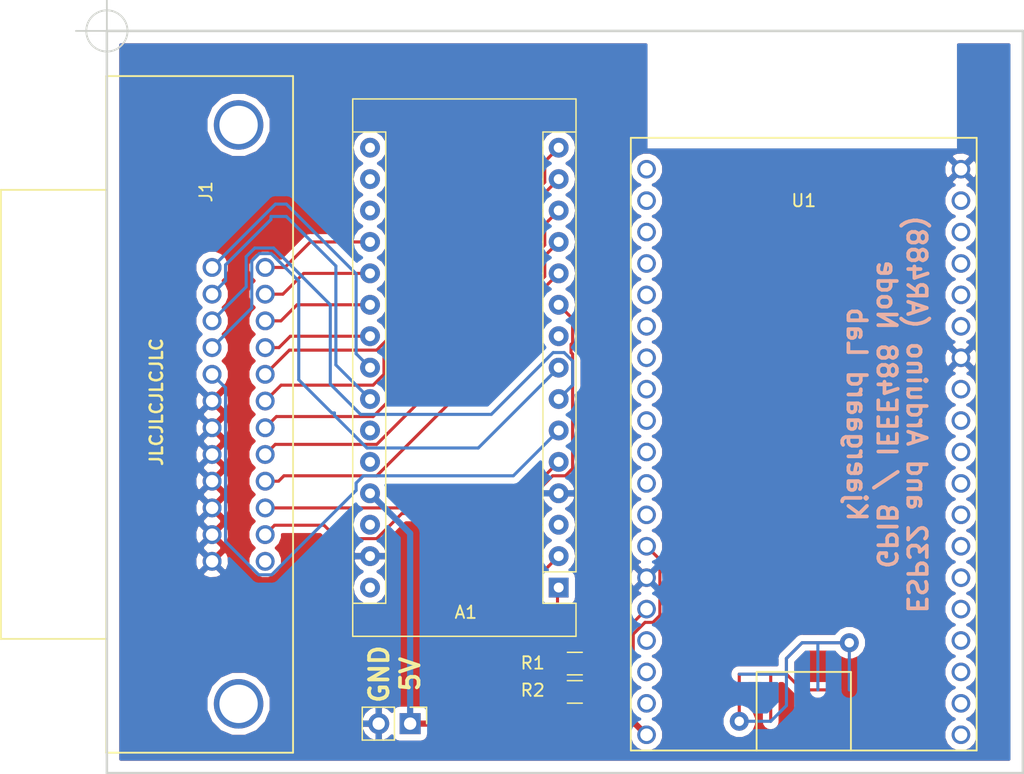
<source format=kicad_pcb>
(kicad_pcb (version 20171130) (host pcbnew 5.0.2+dfsg1-1)

  (general
    (thickness 1.6)
    (drawings 9)
    (tracks 133)
    (zones 0)
    (modules 7)
    (nets 65)
  )

  (page A4)
  (layers
    (0 F.Cu signal)
    (31 B.Cu signal)
    (32 B.Adhes user)
    (33 F.Adhes user)
    (34 B.Paste user)
    (35 F.Paste user)
    (36 B.SilkS user)
    (37 F.SilkS user)
    (38 B.Mask user)
    (39 F.Mask user)
    (40 Dwgs.User user)
    (41 Cmts.User user)
    (42 Eco1.User user)
    (43 Eco2.User user)
    (44 Edge.Cuts user)
    (45 Margin user)
    (46 B.CrtYd user)
    (47 F.CrtYd user)
    (48 B.Fab user)
    (49 F.Fab user)
  )

  (setup
    (last_trace_width 0.25)
    (trace_clearance 0.2)
    (zone_clearance 0.508)
    (zone_45_only no)
    (trace_min 0.2)
    (segment_width 0.2)
    (edge_width 0.15)
    (via_size 0.8)
    (via_drill 0.4)
    (via_min_size 0.4)
    (via_min_drill 0.3)
    (uvia_size 0.3)
    (uvia_drill 0.1)
    (uvias_allowed no)
    (uvia_min_size 0.2)
    (uvia_min_drill 0.1)
    (pcb_text_width 0.3)
    (pcb_text_size 1.5 1.5)
    (mod_edge_width 0.15)
    (mod_text_size 1 1)
    (mod_text_width 0.15)
    (pad_size 1.524 1.524)
    (pad_drill 0.762)
    (pad_to_mask_clearance 0.051)
    (solder_mask_min_width 0.25)
    (aux_axis_origin 90.5 50)
    (grid_origin 90.5 50)
    (visible_elements FFFFFF7F)
    (pcbplotparams
      (layerselection 0x010fc_ffffffff)
      (usegerberextensions false)
      (usegerberattributes false)
      (usegerberadvancedattributes false)
      (creategerberjobfile false)
      (excludeedgelayer true)
      (linewidth 0.100000)
      (plotframeref false)
      (viasonmask false)
      (mode 1)
      (useauxorigin false)
      (hpglpennumber 1)
      (hpglpenspeed 20)
      (hpglpendiameter 15.000000)
      (psnegative false)
      (psa4output false)
      (plotreference true)
      (plotvalue true)
      (plotinvisibletext false)
      (padsonsilk false)
      (subtractmaskfromsilk false)
      (outputformat 1)
      (mirror false)
      (drillshape 0)
      (scaleselection 1)
      (outputdirectory "CAM"))
  )

  (net 0 "")
  (net 1 "Net-(A1-Pad1)")
  (net 2 "Net-(A1-Pad17)")
  (net 3 "Net-(A1-Pad2)")
  (net 4 "Net-(A1-Pad18)")
  (net 5 "Net-(A1-Pad3)")
  (net 6 /DIO1)
  (net 7 GND)
  (net 8 /DIO2)
  (net 9 /SRQ)
  (net 10 /DIO3)
  (net 11 /REN)
  (net 12 /DIO4)
  (net 13 /DIO7)
  (net 14 /DIO5)
  (net 15 /DIO8)
  (net 16 /DIO6)
  (net 17 "Net-(A1-Pad9)")
  (net 18 "Net-(A1-Pad25)")
  (net 19 /ATN)
  (net 20 "Net-(A1-Pad26)")
  (net 21 /IFC)
  (net 22 +5V)
  (net 23 /NDAC)
  (net 24 "Net-(A1-Pad28)")
  (net 25 /NRFD)
  (net 26 /DAV)
  (net 27 "Net-(A1-Pad30)")
  (net 28 /EOI)
  (net 29 "Net-(A1-Pad16)")
  (net 30 /ChassisGND)
  (net 31 "Net-(U1-Pad1)")
  (net 32 "Net-(U1-Pad2)")
  (net 33 "Net-(U1-Pad3)")
  (net 34 "Net-(U1-Pad4)")
  (net 35 "Net-(U1-Pad5)")
  (net 36 "Net-(U1-Pad6)")
  (net 37 "Net-(U1-Pad7)")
  (net 38 "Net-(U1-Pad8)")
  (net 39 "Net-(U1-Pad9)")
  (net 40 "Net-(U1-Pad10)")
  (net 41 "Net-(U1-Pad11)")
  (net 42 "Net-(U1-Pad12)")
  (net 43 "Net-(U1-Pad18)")
  (net 44 "Net-(U1-Pad20)")
  (net 45 "Net-(U1-Pad21)")
  (net 46 "Net-(U1-Pad22)")
  (net 47 "Net-(U1-Pad23)")
  (net 48 "Net-(U1-Pad24)")
  (net 49 "Net-(U1-Pad25)")
  (net 50 "Net-(U1-Pad26)")
  (net 51 "Net-(U1-Pad27)")
  (net 52 "Net-(U1-Pad28)")
  (net 53 "Net-(U1-Pad29)")
  (net 54 "Net-(U1-Pad30)")
  (net 55 "Net-(U1-Pad31)")
  (net 56 "Net-(U1-Pad33)")
  (net 57 "Net-(U1-Pad34)")
  (net 58 "Net-(U1-Pad35)")
  (net 59 "Net-(U1-Pad36)")
  (net 60 "Net-(U1-Pad37)")
  (net 61 "Net-(R1-Pad2)")
  (net 62 "Net-(R2-Pad2)")
  (net 63 "Net-(U1-Pad17)")
  (net 64 "Net-(U1-Pad16)")

  (net_class Default "This is the default net class."
    (clearance 0.2)
    (trace_width 0.25)
    (via_dia 0.8)
    (via_drill 0.4)
    (uvia_dia 0.3)
    (uvia_drill 0.1)
    (add_net +5V)
    (add_net /ATN)
    (add_net /ChassisGND)
    (add_net /DAV)
    (add_net /DIO1)
    (add_net /DIO2)
    (add_net /DIO3)
    (add_net /DIO4)
    (add_net /DIO5)
    (add_net /DIO6)
    (add_net /DIO7)
    (add_net /DIO8)
    (add_net /EOI)
    (add_net /IFC)
    (add_net /NDAC)
    (add_net /NRFD)
    (add_net /REN)
    (add_net /SRQ)
    (add_net GND)
    (add_net "Net-(A1-Pad1)")
    (add_net "Net-(A1-Pad16)")
    (add_net "Net-(A1-Pad17)")
    (add_net "Net-(A1-Pad18)")
    (add_net "Net-(A1-Pad2)")
    (add_net "Net-(A1-Pad25)")
    (add_net "Net-(A1-Pad26)")
    (add_net "Net-(A1-Pad28)")
    (add_net "Net-(A1-Pad3)")
    (add_net "Net-(A1-Pad30)")
    (add_net "Net-(A1-Pad9)")
    (add_net "Net-(R1-Pad2)")
    (add_net "Net-(R2-Pad2)")
    (add_net "Net-(U1-Pad1)")
    (add_net "Net-(U1-Pad10)")
    (add_net "Net-(U1-Pad11)")
    (add_net "Net-(U1-Pad12)")
    (add_net "Net-(U1-Pad16)")
    (add_net "Net-(U1-Pad17)")
    (add_net "Net-(U1-Pad18)")
    (add_net "Net-(U1-Pad2)")
    (add_net "Net-(U1-Pad20)")
    (add_net "Net-(U1-Pad21)")
    (add_net "Net-(U1-Pad22)")
    (add_net "Net-(U1-Pad23)")
    (add_net "Net-(U1-Pad24)")
    (add_net "Net-(U1-Pad25)")
    (add_net "Net-(U1-Pad26)")
    (add_net "Net-(U1-Pad27)")
    (add_net "Net-(U1-Pad28)")
    (add_net "Net-(U1-Pad29)")
    (add_net "Net-(U1-Pad3)")
    (add_net "Net-(U1-Pad30)")
    (add_net "Net-(U1-Pad31)")
    (add_net "Net-(U1-Pad33)")
    (add_net "Net-(U1-Pad34)")
    (add_net "Net-(U1-Pad35)")
    (add_net "Net-(U1-Pad36)")
    (add_net "Net-(U1-Pad37)")
    (add_net "Net-(U1-Pad4)")
    (add_net "Net-(U1-Pad5)")
    (add_net "Net-(U1-Pad6)")
    (add_net "Net-(U1-Pad7)")
    (add_net "Net-(U1-Pad8)")
    (add_net "Net-(U1-Pad9)")
  )

  (module ESP-GPIB:MC (layer B.Cu) (tedit 5E97E010) (tstamp 5E97F64E)
    (at 145.4 102 180)
    (path /5E995B99)
    (fp_text reference SYM1 (at -2.54 4.58 180) (layer B.SilkS) hide
      (effects (font (size 1 1) (thickness 0.15)) (justify mirror))
    )
    (fp_text value Logo (at -2.54 5.58 180) (layer B.Fab) hide
      (effects (font (size 1 1) (thickness 0.15)) (justify mirror))
    )
    (fp_line (start -5.08 2.54) (end -1.27 2.54) (layer B.Cu) (width 0.25))
    (fp_line (start -1.27 2.54) (end 0 1.27) (layer B.Cu) (width 0.25))
    (fp_line (start 0 -2.54) (end 1.27 -3.81) (layer B.Cu) (width 0.25))
    (fp_line (start 1.27 -3.81) (end 3.81 -3.81) (layer B.Cu) (width 0.25))
    (fp_line (start 0 0) (end 3.81 0) (layer B.Cu) (width 0.25))
    (fp_line (start -2.54 2.54) (end -2.54 -1.27) (layer B.Cu) (width 0.25))
    (fp_line (start -5.08 2.54) (end -5.08 -1.27) (layer B.Cu) (width 0.25))
    (fp_line (start 0 1.27) (end 0 -2.54) (layer B.Cu) (width 0.25))
    (fp_line (start 3.81 0) (end 3.81 -3.81) (layer F.Cu) (width 0.25))
    (fp_line (start 3.81 0) (end 0 0) (layer F.Cu) (width 0.25))
    (fp_line (start 0 0) (end -1.27 -1.27) (layer F.Cu) (width 0.25))
    (fp_line (start -1.27 -1.27) (end -3.81 -1.27) (layer F.Cu) (width 0.25))
    (fp_line (start -1.27 -1.27) (end -1.27 -3.81) (layer F.Cu) (width 0.25))
    (fp_line (start 1.27 0) (end 1.27 -3.81) (layer F.Cu) (width 0.25))
    (fp_line (start 0 0) (end 0 1.27) (layer F.Cu) (width 0.25))
    (fp_line (start 0 1.27) (end -1.27 2.54) (layer F.Cu) (width 0.25))
    (fp_line (start -1.27 2.54) (end -5.08 2.54) (layer F.Cu) (width 0.25))
    (pad "" thru_hole circle (at -5.08 2.54 180) (size 1.524 1.524) (drill 0.762) (layers *.Cu)
      (zone_connect 0))
    (pad "" thru_hole circle (at 3.81 -3.81 180) (size 1.524 1.524) (drill 0.762) (layers *.Cu)
      (zone_connect 0))
  )

  (module ESP-GPIB:ESP32_DevKit_C (layer F.Cu) (tedit 5E72E5F2) (tstamp 5E6321ED)
    (at 146.8 81.5)
    (path /5E40ABEA)
    (fp_text reference U1 (at 0 -17.78) (layer F.SilkS)
      (effects (font (size 1 1) (thickness 0.15)))
    )
    (fp_text value ESP32_DevKitC (at 0 -20.32) (layer F.Fab)
      (effects (font (size 1 1) (thickness 0.15)))
    )
    (fp_line (start 3.81 20.32) (end 3.81 26.67) (layer F.SilkS) (width 0.15))
    (fp_line (start -3.81 20.32) (end 3.81 20.32) (layer F.SilkS) (width 0.15))
    (fp_line (start -3.81 26.67) (end -3.81 20.32) (layer F.SilkS) (width 0.15))
    (fp_line (start -13.97 -22.86) (end -13.97 -21.59) (layer F.SilkS) (width 0.15))
    (fp_line (start 13.97 -22.86) (end -13.97 -22.86) (layer F.SilkS) (width 0.15))
    (fp_line (start 13.97 26.67) (end 13.97 -22.86) (layer F.SilkS) (width 0.15))
    (fp_line (start -13.97 26.67) (end 13.97 26.67) (layer F.SilkS) (width 0.15))
    (fp_line (start -13.97 -21.59) (end -13.97 26.67) (layer F.SilkS) (width 0.15))
    (fp_text user "KEEP OUT" (at 0 -25.4) (layer Cmts.User)
      (effects (font (size 2 2) (thickness 0.15)))
    )
    (fp_line (start 3.81 -22.86) (end 8.89 -27.94) (layer Dwgs.User) (width 0.15))
    (fp_line (start -1.27 -22.86) (end 3.81 -27.94) (layer Dwgs.User) (width 0.15))
    (fp_line (start -6.35 -22.86) (end -1.27 -27.94) (layer Dwgs.User) (width 0.15))
    (fp_line (start -11.43 -22.86) (end -6.35 -27.94) (layer Dwgs.User) (width 0.15))
    (fp_line (start 11.43 -22.86) (end -11.43 -22.86) (layer Dwgs.User) (width 0.15))
    (fp_line (start 11.43 -27.94) (end 11.43 -22.86) (layer Dwgs.User) (width 0.15))
    (fp_line (start -11.43 -27.94) (end 11.43 -27.94) (layer Dwgs.User) (width 0.15))
    (fp_line (start -11.43 -22.86) (end -11.43 -27.94) (layer Dwgs.User) (width 0.15))
    (pad 38 thru_hole circle (at 12.7 -20.32) (size 1.5 1.5) (drill 1.02) (layers *.Cu *.Mask)
      (net 7 GND))
    (pad 37 thru_hole circle (at 12.7 -17.78) (size 1.5 1.5) (drill 1.02) (layers *.Cu *.Mask)
      (net 60 "Net-(U1-Pad37)"))
    (pad 36 thru_hole circle (at 12.7 -15.24) (size 1.5 1.5) (drill 1.02) (layers *.Cu *.Mask)
      (net 59 "Net-(U1-Pad36)"))
    (pad 35 thru_hole circle (at 12.7 -12.7) (size 1.5 1.5) (drill 1.02) (layers *.Cu *.Mask)
      (net 58 "Net-(U1-Pad35)"))
    (pad 34 thru_hole circle (at 12.7 -10.16) (size 1.5 1.5) (drill 1.02) (layers *.Cu *.Mask)
      (net 57 "Net-(U1-Pad34)"))
    (pad 33 thru_hole circle (at 12.7 -7.62) (size 1.5 1.5) (drill 1.02) (layers *.Cu *.Mask)
      (net 56 "Net-(U1-Pad33)"))
    (pad 32 thru_hole circle (at 12.7 -5.08) (size 1.5 1.5) (drill 1.02) (layers *.Cu *.Mask)
      (net 7 GND))
    (pad 31 thru_hole circle (at 12.7 -2.54) (size 1.5 1.5) (drill 1.02) (layers *.Cu *.Mask)
      (net 55 "Net-(U1-Pad31)"))
    (pad 30 thru_hole circle (at 12.7 0) (size 1.5 1.5) (drill 1.02) (layers *.Cu *.Mask)
      (net 54 "Net-(U1-Pad30)"))
    (pad 29 thru_hole circle (at 12.7 2.54) (size 1.5 1.5) (drill 1.02) (layers *.Cu *.Mask)
      (net 53 "Net-(U1-Pad29)"))
    (pad 28 thru_hole circle (at 12.7 5.08) (size 1.5 1.5) (drill 1.02) (layers *.Cu *.Mask)
      (net 52 "Net-(U1-Pad28)"))
    (pad 27 thru_hole circle (at 12.7 7.62) (size 1.5 1.5) (drill 1.02) (layers *.Cu *.Mask)
      (net 51 "Net-(U1-Pad27)"))
    (pad 26 thru_hole circle (at 12.7 10.16) (size 1.5 1.5) (drill 1.02) (layers *.Cu *.Mask)
      (net 50 "Net-(U1-Pad26)"))
    (pad 25 thru_hole circle (at 12.7 12.7) (size 1.5 1.5) (drill 1.02) (layers *.Cu *.Mask)
      (net 49 "Net-(U1-Pad25)"))
    (pad 24 thru_hole circle (at 12.7 15.24) (size 1.5 1.5) (drill 1.02) (layers *.Cu *.Mask)
      (net 48 "Net-(U1-Pad24)"))
    (pad 23 thru_hole circle (at 12.7 17.78) (size 1.5 1.5) (drill 1.02) (layers *.Cu *.Mask)
      (net 47 "Net-(U1-Pad23)"))
    (pad 22 thru_hole circle (at 12.7 20.32) (size 1.5 1.5) (drill 1.02) (layers *.Cu *.Mask)
      (net 46 "Net-(U1-Pad22)"))
    (pad 21 thru_hole circle (at 12.7 22.86) (size 1.5 1.5) (drill 1.02) (layers *.Cu *.Mask)
      (net 45 "Net-(U1-Pad21)"))
    (pad 20 thru_hole circle (at 12.7 25.4) (size 1.5 1.5) (drill 1.02) (layers *.Cu *.Mask)
      (net 44 "Net-(U1-Pad20)"))
    (pad 19 thru_hole circle (at -12.7 25.4) (size 1.5 1.5) (drill 1.02) (layers *.Cu *.Mask)
      (net 22 +5V))
    (pad 18 thru_hole circle (at -12.7 22.86) (size 1.5 1.5) (drill 1.02) (layers *.Cu *.Mask)
      (net 43 "Net-(U1-Pad18)"))
    (pad 17 thru_hole circle (at -12.7 20.32) (size 1.5 1.5) (drill 1.02) (layers *.Cu *.Mask)
      (net 63 "Net-(U1-Pad17)"))
    (pad 16 thru_hole circle (at -12.7 17.78) (size 1.5 1.5) (drill 1.02) (layers *.Cu *.Mask)
      (net 64 "Net-(U1-Pad16)"))
    (pad 15 thru_hole circle (at -12.7 15.24) (size 1.5 1.5) (drill 1.02) (layers *.Cu *.Mask)
      (net 61 "Net-(R1-Pad2)"))
    (pad 14 thru_hole circle (at -12.7 12.7) (size 1.5 1.5) (drill 1.02) (layers *.Cu *.Mask)
      (net 7 GND))
    (pad 13 thru_hole circle (at -12.7 10.16) (size 1.5 1.5) (drill 1.02) (layers *.Cu *.Mask)
      (net 62 "Net-(R2-Pad2)"))
    (pad 12 thru_hole circle (at -12.7 7.62) (size 1.5 1.5) (drill 1.02) (layers *.Cu *.Mask)
      (net 42 "Net-(U1-Pad12)"))
    (pad 11 thru_hole circle (at -12.7 5.08) (size 1.5 1.5) (drill 1.02) (layers *.Cu *.Mask)
      (net 41 "Net-(U1-Pad11)"))
    (pad 10 thru_hole circle (at -12.7 2.54) (size 1.5 1.5) (drill 1.02) (layers *.Cu *.Mask)
      (net 40 "Net-(U1-Pad10)"))
    (pad 9 thru_hole circle (at -12.7 0) (size 1.5 1.5) (drill 1.02) (layers *.Cu *.Mask)
      (net 39 "Net-(U1-Pad9)"))
    (pad 8 thru_hole circle (at -12.7 -2.54) (size 1.5 1.5) (drill 1.02) (layers *.Cu *.Mask)
      (net 38 "Net-(U1-Pad8)"))
    (pad 7 thru_hole circle (at -12.7 -5.08) (size 1.5 1.5) (drill 1.02) (layers *.Cu *.Mask)
      (net 37 "Net-(U1-Pad7)"))
    (pad 6 thru_hole circle (at -12.7 -7.62) (size 1.5 1.5) (drill 1.02) (layers *.Cu *.Mask)
      (net 36 "Net-(U1-Pad6)"))
    (pad 5 thru_hole circle (at -12.7 -10.16) (size 1.5 1.5) (drill 1.02) (layers *.Cu *.Mask)
      (net 35 "Net-(U1-Pad5)"))
    (pad 4 thru_hole circle (at -12.7 -12.7) (size 1.5 1.5) (drill 1.02) (layers *.Cu *.Mask)
      (net 34 "Net-(U1-Pad4)"))
    (pad 3 thru_hole circle (at -12.7 -15.24) (size 1.5 1.5) (drill 1.02) (layers *.Cu *.Mask)
      (net 33 "Net-(U1-Pad3)"))
    (pad 2 thru_hole circle (at -12.7 -17.78) (size 1.5 1.5) (drill 1.02) (layers *.Cu *.Mask)
      (net 32 "Net-(U1-Pad2)"))
    (pad 1 thru_hole circle (at -12.7 -20.32) (size 1.5 1.5) (drill 1.02) (layers *.Cu *.Mask)
      (net 31 "Net-(U1-Pad1)"))
  )

  (module Resistor_SMD:R_1206_3216Metric (layer F.Cu) (tedit 5B301BBD) (tstamp 5E6073B8)
    (at 128.305001 103.435001)
    (descr "Resistor SMD 1206 (3216 Metric), square (rectangular) end terminal, IPC_7351 nominal, (Body size source: http://www.tortai-tech.com/upload/download/2011102023233369053.pdf), generated with kicad-footprint-generator")
    (tags resistor)
    (path /5E6106F5)
    (attr smd)
    (fp_text reference R2 (at -3.405001 -0.135001) (layer F.SilkS)
      (effects (font (size 1 1) (thickness 0.15)))
    )
    (fp_text value 0R (at 0 1.82 -180) (layer F.Fab)
      (effects (font (size 1 1) (thickness 0.15)))
    )
    (fp_text user %R (at 0 0 -180) (layer F.Fab)
      (effects (font (size 0.8 0.8) (thickness 0.12)))
    )
    (fp_line (start 2.28 1.12) (end -2.28 1.12) (layer F.CrtYd) (width 0.05))
    (fp_line (start 2.28 -1.12) (end 2.28 1.12) (layer F.CrtYd) (width 0.05))
    (fp_line (start -2.28 -1.12) (end 2.28 -1.12) (layer F.CrtYd) (width 0.05))
    (fp_line (start -2.28 1.12) (end -2.28 -1.12) (layer F.CrtYd) (width 0.05))
    (fp_line (start -0.602064 0.91) (end 0.602064 0.91) (layer F.SilkS) (width 0.12))
    (fp_line (start -0.602064 -0.91) (end 0.602064 -0.91) (layer F.SilkS) (width 0.12))
    (fp_line (start 1.6 0.8) (end -1.6 0.8) (layer F.Fab) (width 0.1))
    (fp_line (start 1.6 -0.8) (end 1.6 0.8) (layer F.Fab) (width 0.1))
    (fp_line (start -1.6 -0.8) (end 1.6 -0.8) (layer F.Fab) (width 0.1))
    (fp_line (start -1.6 0.8) (end -1.6 -0.8) (layer F.Fab) (width 0.1))
    (pad 2 smd roundrect (at 1.4 0) (size 1.25 1.75) (layers F.Cu F.Paste F.Mask) (roundrect_rratio 0.2)
      (net 62 "Net-(R2-Pad2)"))
    (pad 1 smd roundrect (at -1.4 0) (size 1.25 1.75) (layers F.Cu F.Paste F.Mask) (roundrect_rratio 0.2)
      (net 3 "Net-(A1-Pad2)"))
    (model ${KISYS3DMOD}/Resistor_SMD.3dshapes/R_1206_3216Metric.wrl
      (at (xyz 0 0 0))
      (scale (xyz 1 1 1))
      (rotate (xyz 0 0 0))
    )
  )

  (module Resistor_SMD:R_1206_3216Metric (layer F.Cu) (tedit 5B301BBD) (tstamp 5E6073A7)
    (at 128.305001 101.145001)
    (descr "Resistor SMD 1206 (3216 Metric), square (rectangular) end terminal, IPC_7351 nominal, (Body size source: http://www.tortai-tech.com/upload/download/2011102023233369053.pdf), generated with kicad-footprint-generator")
    (tags resistor)
    (path /5E61069E)
    (attr smd)
    (fp_text reference R1 (at -3.405001 -0.045001) (layer F.SilkS)
      (effects (font (size 1 1) (thickness 0.15)))
    )
    (fp_text value 1k (at 0 1.82) (layer F.Fab)
      (effects (font (size 1 1) (thickness 0.15)))
    )
    (fp_line (start -1.6 0.8) (end -1.6 -0.8) (layer F.Fab) (width 0.1))
    (fp_line (start -1.6 -0.8) (end 1.6 -0.8) (layer F.Fab) (width 0.1))
    (fp_line (start 1.6 -0.8) (end 1.6 0.8) (layer F.Fab) (width 0.1))
    (fp_line (start 1.6 0.8) (end -1.6 0.8) (layer F.Fab) (width 0.1))
    (fp_line (start -0.602064 -0.91) (end 0.602064 -0.91) (layer F.SilkS) (width 0.12))
    (fp_line (start -0.602064 0.91) (end 0.602064 0.91) (layer F.SilkS) (width 0.12))
    (fp_line (start -2.28 1.12) (end -2.28 -1.12) (layer F.CrtYd) (width 0.05))
    (fp_line (start -2.28 -1.12) (end 2.28 -1.12) (layer F.CrtYd) (width 0.05))
    (fp_line (start 2.28 -1.12) (end 2.28 1.12) (layer F.CrtYd) (width 0.05))
    (fp_line (start 2.28 1.12) (end -2.28 1.12) (layer F.CrtYd) (width 0.05))
    (fp_text user %R (at 0 0) (layer F.Fab)
      (effects (font (size 0.8 0.8) (thickness 0.12)))
    )
    (pad 1 smd roundrect (at -1.4 0) (size 1.25 1.75) (layers F.Cu F.Paste F.Mask) (roundrect_rratio 0.2)
      (net 1 "Net-(A1-Pad1)"))
    (pad 2 smd roundrect (at 1.4 0) (size 1.25 1.75) (layers F.Cu F.Paste F.Mask) (roundrect_rratio 0.2)
      (net 61 "Net-(R1-Pad2)"))
    (model ${KISYS3DMOD}/Resistor_SMD.3dshapes/R_1206_3216Metric.wrl
      (at (xyz 0 0 0))
      (scale (xyz 1 1 1))
      (rotate (xyz 0 0 0))
    )
  )

  (module Connector_PinHeader_2.54mm:PinHeader_1x02_P2.54mm_Vertical (layer F.Cu) (tedit 5E5EEFB4) (tstamp 5E632203)
    (at 115 106 270)
    (descr "Through hole straight pin header, 1x02, 2.54mm pitch, single row")
    (tags "Through hole pin header THT 1x02 2.54mm single row")
    (path /5E5FCBAC)
    (fp_text reference J2 (at 0 -2.33 270) (layer F.SilkS) hide
      (effects (font (size 1 1) (thickness 0.15)))
    )
    (fp_text value Power (at 0 4.87 270) (layer F.Fab)
      (effects (font (size 1 1) (thickness 0.15)))
    )
    (fp_line (start -0.635 -1.27) (end 1.27 -1.27) (layer F.Fab) (width 0.1))
    (fp_line (start 1.27 -1.27) (end 1.27 3.81) (layer F.Fab) (width 0.1))
    (fp_line (start 1.27 3.81) (end -1.27 3.81) (layer F.Fab) (width 0.1))
    (fp_line (start -1.27 3.81) (end -1.27 -0.635) (layer F.Fab) (width 0.1))
    (fp_line (start -1.27 -0.635) (end -0.635 -1.27) (layer F.Fab) (width 0.1))
    (fp_line (start -1.33 3.87) (end 1.33 3.87) (layer F.SilkS) (width 0.12))
    (fp_line (start -1.33 1.27) (end -1.33 3.87) (layer F.SilkS) (width 0.12))
    (fp_line (start 1.33 1.27) (end 1.33 3.87) (layer F.SilkS) (width 0.12))
    (fp_line (start -1.33 1.27) (end 1.33 1.27) (layer F.SilkS) (width 0.12))
    (fp_line (start -1.33 0) (end -1.33 -1.33) (layer F.SilkS) (width 0.12))
    (fp_line (start -1.33 -1.33) (end 0 -1.33) (layer F.SilkS) (width 0.12))
    (fp_line (start -1.8 -1.8) (end -1.8 4.35) (layer F.CrtYd) (width 0.05))
    (fp_line (start -1.8 4.35) (end 1.8 4.35) (layer F.CrtYd) (width 0.05))
    (fp_line (start 1.8 4.35) (end 1.8 -1.8) (layer F.CrtYd) (width 0.05))
    (fp_line (start 1.8 -1.8) (end -1.8 -1.8) (layer F.CrtYd) (width 0.05))
    (fp_text user %R (at 0 1.27) (layer F.Fab)
      (effects (font (size 1 1) (thickness 0.15)))
    )
    (pad 1 thru_hole rect (at 0 0 270) (size 1.7 1.7) (drill 1) (layers *.Cu *.Mask)
      (net 22 +5V))
    (pad 2 thru_hole oval (at 0 2.54 270) (size 1.7 1.7) (drill 1) (layers *.Cu *.Mask)
      (net 7 GND))
    (model ${KISYS3DMOD}/Connector_PinHeader_2.54mm.3dshapes/PinHeader_1x02_P2.54mm_Vertical.wrl
      (at (xyz 0 0 0))
      (scale (xyz 1 1 1))
      (rotate (xyz 0 0 0))
    )
  )

  (module ESP-GPIB:SCSI_Plug_24_RA (layer F.Cu) (tedit 5E5ECEFC) (tstamp 5E6321BA)
    (at 99 81 270)
    (descr https://content.norcomp.net/rohspdfs/SCSI-050Ribbon/11Y/112/112-YYY-113RYY1.pdf)
    (path /5E3CB727)
    (fp_text reference J1 (at -18 0.5 270) (layer F.SilkS)
      (effects (font (size 1 1) (thickness 0.15)))
    )
    (fp_text value "Centronics 24 Pin" (at 0 -8.89 270) (layer F.Fab)
      (effects (font (size 1 1) (thickness 0.15)))
    )
    (fp_line (start -27.35 8.56) (end 27.35 8.56) (layer F.SilkS) (width 0.15))
    (fp_line (start -27.35 -6.54) (end 27.35 -6.54) (layer F.SilkS) (width 0.15))
    (fp_line (start -27.35 -6.54) (end -27.35 8.56) (layer F.SilkS) (width 0.15))
    (fp_line (start 27.35 -6.54) (end 27.35 8.56) (layer F.SilkS) (width 0.15))
    (fp_line (start -18.15 8.56) (end -18.15 17.06) (layer F.SilkS) (width 0.15))
    (fp_line (start -18.15 17.06) (end 18.15 17.06) (layer F.SilkS) (width 0.15))
    (fp_line (start 18.15 17.06) (end 18.15 8.56) (layer F.SilkS) (width 0.15))
    (pad 1 thru_hole circle (at -11.88 -4.29 270) (size 1.524 1.524) (drill 1) (layers *.Cu *.Mask)
      (net 6 /DIO1))
    (pad 2 thru_hole circle (at -9.72 -4.29 270) (size 1.524 1.524) (drill 1) (layers *.Cu *.Mask)
      (net 8 /DIO2))
    (pad 3 thru_hole circle (at -7.56 -4.29 270) (size 1.524 1.524) (drill 1) (layers *.Cu *.Mask)
      (net 10 /DIO3))
    (pad 4 thru_hole circle (at -5.4 -4.29 270) (size 1.524 1.524) (drill 1) (layers *.Cu *.Mask)
      (net 12 /DIO4))
    (pad 5 thru_hole circle (at -3.24 -4.29 270) (size 1.524 1.524) (drill 1) (layers *.Cu *.Mask)
      (net 28 /EOI))
    (pad 6 thru_hole circle (at -1.08 -4.29 270) (size 1.524 1.524) (drill 1) (layers *.Cu *.Mask)
      (net 26 /DAV))
    (pad 7 thru_hole circle (at 1.08 -4.29 270) (size 1.524 1.524) (drill 1) (layers *.Cu *.Mask)
      (net 25 /NRFD))
    (pad 8 thru_hole circle (at 3.24 -4.29 270) (size 1.524 1.524) (drill 1) (layers *.Cu *.Mask)
      (net 23 /NDAC))
    (pad 9 thru_hole circle (at 5.4 -4.29 270) (size 1.524 1.524) (drill 1) (layers *.Cu *.Mask)
      (net 21 /IFC))
    (pad 10 thru_hole circle (at 7.56 -4.29 270) (size 1.524 1.524) (drill 1) (layers *.Cu *.Mask)
      (net 9 /SRQ))
    (pad 11 thru_hole circle (at 9.72 -4.29 270) (size 1.524 1.524) (drill 1) (layers *.Cu *.Mask)
      (net 19 /ATN))
    (pad 12 thru_hole circle (at 11.88 -4.29 270) (size 1.524 1.524) (drill 1) (layers *.Cu *.Mask)
      (net 30 /ChassisGND))
    (pad 13 thru_hole circle (at -11.88 0 270) (size 1.524 1.524) (drill 1) (layers *.Cu *.Mask)
      (net 14 /DIO5))
    (pad 14 thru_hole circle (at -9.72 0 270) (size 1.524 1.524) (drill 1) (layers *.Cu *.Mask)
      (net 16 /DIO6))
    (pad 15 thru_hole circle (at -7.56 0 270) (size 1.524 1.524) (drill 1) (layers *.Cu *.Mask)
      (net 13 /DIO7))
    (pad 16 thru_hole circle (at -5.4 0 270) (size 1.524 1.524) (drill 1) (layers *.Cu *.Mask)
      (net 15 /DIO8))
    (pad 17 thru_hole circle (at -3.24 0 270) (size 1.524 1.524) (drill 1) (layers *.Cu *.Mask)
      (net 11 /REN))
    (pad 18 thru_hole circle (at -1.08 0 270) (size 1.524 1.524) (drill 1) (layers *.Cu *.Mask)
      (net 7 GND))
    (pad 19 thru_hole circle (at 1.08 0 270) (size 1.524 1.524) (drill 1) (layers *.Cu *.Mask)
      (net 7 GND))
    (pad 20 thru_hole circle (at 3.24 0 270) (size 1.524 1.524) (drill 1) (layers *.Cu *.Mask)
      (net 7 GND))
    (pad 21 thru_hole circle (at 5.4 0 270) (size 1.524 1.524) (drill 1) (layers *.Cu *.Mask)
      (net 7 GND))
    (pad 22 thru_hole circle (at 7.56 0 270) (size 1.524 1.524) (drill 1) (layers *.Cu *.Mask)
      (net 7 GND))
    (pad 23 thru_hole circle (at 9.72 0 270) (size 1.524 1.524) (drill 1) (layers *.Cu *.Mask)
      (net 7 GND))
    (pad 24 thru_hole circle (at 11.88 0 270) (size 1.524 1.524) (drill 1) (layers *.Cu *.Mask)
      (net 7 GND))
    (pad "" thru_hole circle (at -23.4 -2.14 270) (size 4 4) (drill 3.1) (layers *.Cu *.Mask))
    (pad "" thru_hole circle (at 23.4 -2.14 270) (size 4 4) (drill 3.1) (layers *.Cu *.Mask))
  )

  (module Module:Arduino_Nano (layer F.Cu) (tedit 58ACAF70) (tstamp 5E632195)
    (at 127 95 180)
    (descr "Arduino Nano, http://www.mouser.com/pdfdocs/Gravitech_Arduino_Nano3_0.pdf")
    (tags "Arduino Nano")
    (path /5E3C853D)
    (fp_text reference A1 (at 7.5 -2 180) (layer F.SilkS)
      (effects (font (size 1 1) (thickness 0.15)))
    )
    (fp_text value Arduino_Nano_v3.x (at 8.89 19.05 270) (layer F.Fab)
      (effects (font (size 1 1) (thickness 0.15)))
    )
    (fp_text user %R (at 6.35 19.05 270) (layer F.Fab)
      (effects (font (size 1 1) (thickness 0.15)))
    )
    (fp_line (start 1.27 1.27) (end 1.27 -1.27) (layer F.SilkS) (width 0.12))
    (fp_line (start 1.27 -1.27) (end -1.4 -1.27) (layer F.SilkS) (width 0.12))
    (fp_line (start -1.4 1.27) (end -1.4 39.5) (layer F.SilkS) (width 0.12))
    (fp_line (start -1.4 -3.94) (end -1.4 -1.27) (layer F.SilkS) (width 0.12))
    (fp_line (start 13.97 -1.27) (end 16.64 -1.27) (layer F.SilkS) (width 0.12))
    (fp_line (start 13.97 -1.27) (end 13.97 36.83) (layer F.SilkS) (width 0.12))
    (fp_line (start 13.97 36.83) (end 16.64 36.83) (layer F.SilkS) (width 0.12))
    (fp_line (start 1.27 1.27) (end -1.4 1.27) (layer F.SilkS) (width 0.12))
    (fp_line (start 1.27 1.27) (end 1.27 36.83) (layer F.SilkS) (width 0.12))
    (fp_line (start 1.27 36.83) (end -1.4 36.83) (layer F.SilkS) (width 0.12))
    (fp_line (start 3.81 31.75) (end 11.43 31.75) (layer F.Fab) (width 0.1))
    (fp_line (start 11.43 31.75) (end 11.43 41.91) (layer F.Fab) (width 0.1))
    (fp_line (start 11.43 41.91) (end 3.81 41.91) (layer F.Fab) (width 0.1))
    (fp_line (start 3.81 41.91) (end 3.81 31.75) (layer F.Fab) (width 0.1))
    (fp_line (start -1.4 39.5) (end 16.64 39.5) (layer F.SilkS) (width 0.12))
    (fp_line (start 16.64 39.5) (end 16.64 -3.94) (layer F.SilkS) (width 0.12))
    (fp_line (start 16.64 -3.94) (end -1.4 -3.94) (layer F.SilkS) (width 0.12))
    (fp_line (start 16.51 39.37) (end -1.27 39.37) (layer F.Fab) (width 0.1))
    (fp_line (start -1.27 39.37) (end -1.27 -2.54) (layer F.Fab) (width 0.1))
    (fp_line (start -1.27 -2.54) (end 0 -3.81) (layer F.Fab) (width 0.1))
    (fp_line (start 0 -3.81) (end 16.51 -3.81) (layer F.Fab) (width 0.1))
    (fp_line (start 16.51 -3.81) (end 16.51 39.37) (layer F.Fab) (width 0.1))
    (fp_line (start -1.53 -4.06) (end 16.75 -4.06) (layer F.CrtYd) (width 0.05))
    (fp_line (start -1.53 -4.06) (end -1.53 42.16) (layer F.CrtYd) (width 0.05))
    (fp_line (start 16.75 42.16) (end 16.75 -4.06) (layer F.CrtYd) (width 0.05))
    (fp_line (start 16.75 42.16) (end -1.53 42.16) (layer F.CrtYd) (width 0.05))
    (pad 1 thru_hole rect (at 0 0 180) (size 1.6 1.6) (drill 0.8) (layers *.Cu *.Mask)
      (net 1 "Net-(A1-Pad1)"))
    (pad 17 thru_hole oval (at 15.24 33.02 180) (size 1.6 1.6) (drill 0.8) (layers *.Cu *.Mask)
      (net 2 "Net-(A1-Pad17)"))
    (pad 2 thru_hole oval (at 0 2.54 180) (size 1.6 1.6) (drill 0.8) (layers *.Cu *.Mask)
      (net 3 "Net-(A1-Pad2)"))
    (pad 18 thru_hole oval (at 15.24 30.48 180) (size 1.6 1.6) (drill 0.8) (layers *.Cu *.Mask)
      (net 4 "Net-(A1-Pad18)"))
    (pad 3 thru_hole oval (at 0 5.08 180) (size 1.6 1.6) (drill 0.8) (layers *.Cu *.Mask)
      (net 5 "Net-(A1-Pad3)"))
    (pad 19 thru_hole oval (at 15.24 27.94 180) (size 1.6 1.6) (drill 0.8) (layers *.Cu *.Mask)
      (net 6 /DIO1))
    (pad 4 thru_hole oval (at 0 7.62 180) (size 1.6 1.6) (drill 0.8) (layers *.Cu *.Mask)
      (net 7 GND))
    (pad 20 thru_hole oval (at 15.24 25.4 180) (size 1.6 1.6) (drill 0.8) (layers *.Cu *.Mask)
      (net 8 /DIO2))
    (pad 5 thru_hole oval (at 0 10.16 180) (size 1.6 1.6) (drill 0.8) (layers *.Cu *.Mask)
      (net 9 /SRQ))
    (pad 21 thru_hole oval (at 15.24 22.86 180) (size 1.6 1.6) (drill 0.8) (layers *.Cu *.Mask)
      (net 10 /DIO3))
    (pad 6 thru_hole oval (at 0 12.7 180) (size 1.6 1.6) (drill 0.8) (layers *.Cu *.Mask)
      (net 11 /REN))
    (pad 22 thru_hole oval (at 15.24 20.32 180) (size 1.6 1.6) (drill 0.8) (layers *.Cu *.Mask)
      (net 12 /DIO4))
    (pad 7 thru_hole oval (at 0 15.24 180) (size 1.6 1.6) (drill 0.8) (layers *.Cu *.Mask)
      (net 13 /DIO7))
    (pad 23 thru_hole oval (at 15.24 17.78 180) (size 1.6 1.6) (drill 0.8) (layers *.Cu *.Mask)
      (net 14 /DIO5))
    (pad 8 thru_hole oval (at 0 17.78 180) (size 1.6 1.6) (drill 0.8) (layers *.Cu *.Mask)
      (net 15 /DIO8))
    (pad 24 thru_hole oval (at 15.24 15.24 180) (size 1.6 1.6) (drill 0.8) (layers *.Cu *.Mask)
      (net 16 /DIO6))
    (pad 9 thru_hole oval (at 0 20.32 180) (size 1.6 1.6) (drill 0.8) (layers *.Cu *.Mask)
      (net 17 "Net-(A1-Pad9)"))
    (pad 25 thru_hole oval (at 15.24 12.7 180) (size 1.6 1.6) (drill 0.8) (layers *.Cu *.Mask)
      (net 18 "Net-(A1-Pad25)"))
    (pad 10 thru_hole oval (at 0 22.86 180) (size 1.6 1.6) (drill 0.8) (layers *.Cu *.Mask)
      (net 19 /ATN))
    (pad 26 thru_hole oval (at 15.24 10.16 180) (size 1.6 1.6) (drill 0.8) (layers *.Cu *.Mask)
      (net 20 "Net-(A1-Pad26)"))
    (pad 11 thru_hole oval (at 0 25.4 180) (size 1.6 1.6) (drill 0.8) (layers *.Cu *.Mask)
      (net 21 /IFC))
    (pad 27 thru_hole oval (at 15.24 7.62 180) (size 1.6 1.6) (drill 0.8) (layers *.Cu *.Mask)
      (net 22 +5V))
    (pad 12 thru_hole oval (at 0 27.94 180) (size 1.6 1.6) (drill 0.8) (layers *.Cu *.Mask)
      (net 23 /NDAC))
    (pad 28 thru_hole oval (at 15.24 5.08 180) (size 1.6 1.6) (drill 0.8) (layers *.Cu *.Mask)
      (net 24 "Net-(A1-Pad28)"))
    (pad 13 thru_hole oval (at 0 30.48 180) (size 1.6 1.6) (drill 0.8) (layers *.Cu *.Mask)
      (net 25 /NRFD))
    (pad 29 thru_hole oval (at 15.24 2.54 180) (size 1.6 1.6) (drill 0.8) (layers *.Cu *.Mask)
      (net 7 GND))
    (pad 14 thru_hole oval (at 0 33.02 180) (size 1.6 1.6) (drill 0.8) (layers *.Cu *.Mask)
      (net 26 /DAV))
    (pad 30 thru_hole oval (at 15.24 0 180) (size 1.6 1.6) (drill 0.8) (layers *.Cu *.Mask)
      (net 27 "Net-(A1-Pad30)"))
    (pad 15 thru_hole oval (at 0 35.56 180) (size 1.6 1.6) (drill 0.8) (layers *.Cu *.Mask)
      (net 28 /EOI))
    (pad 16 thru_hole oval (at 15.24 35.56 180) (size 1.6 1.6) (drill 0.8) (layers *.Cu *.Mask)
      (net 29 "Net-(A1-Pad16)"))
    (model ${KISYS3DMOD}/Module.3dshapes/Arduino_Nano_WithMountingHoles.wrl
      (at (xyz 0 0 0))
      (scale (xyz 1 1 1))
      (rotate (xyz 0 0 0))
    )
  )

  (gr_text JLCJLCJLCJLC (at 94.5 80 90) (layer F.SilkS)
    (effects (font (size 1 1) (thickness 0.2)))
  )
  (gr_text "ESP32 and Arduino (AR488)\nGPIB / IEEE488 Node\nKjaergaard Lab" (at 153.5 81 270) (layer B.SilkS)
    (effects (font (size 1.5 1.5) (thickness 0.3)) (justify mirror))
  )
  (gr_text GND (at 112.5 102 90) (layer F.SilkS)
    (effects (font (size 1.5 1.5) (thickness 0.3)))
  )
  (gr_text 5V (at 115 102 90) (layer F.SilkS)
    (effects (font (size 1.5 1.5) (thickness 0.3)))
  )
  (target plus (at 90.5 50) (size 5) (width 0.15) (layer Edge.Cuts))
  (gr_line (start 90.5 50) (end 164.5 50) (layer Edge.Cuts) (width 0.2) (tstamp 5E632D2E))
  (gr_line (start 164.5 110) (end 164.5 50) (layer Edge.Cuts) (width 0.2))
  (gr_line (start 90.5 110) (end 164.5 110) (layer Edge.Cuts) (width 0.2))
  (gr_line (start 90.5 50) (end 90.5 110) (layer Edge.Cuts) (width 0.2))

  (segment (start 127.25 95) (end 127 95) (width 0.25) (layer F.Cu) (net 1))
  (segment (start 126.905001 95.094999) (end 127 95) (width 0.25) (layer F.Cu) (net 1))
  (segment (start 126.905001 101.145001) (end 126.905001 95.094999) (width 0.25) (layer F.Cu) (net 1))
  (segment (start 127.25 92.46) (end 127 92.46) (width 0.25) (layer F.Cu) (net 3))
  (segment (start 126.200001 93.259999) (end 127 92.46) (width 0.25) (layer F.Cu) (net 3))
  (segment (start 123.5 95.96) (end 126.200001 93.259999) (width 0.25) (layer F.Cu) (net 3))
  (segment (start 123.5 100.03) (end 123.5 95.96) (width 0.25) (layer F.Cu) (net 3))
  (segment (start 126.905001 103.435001) (end 123.5 100.03) (width 0.25) (layer F.Cu) (net 3))
  (segment (start 103.29 69.12) (end 104.88 69.12) (width 0.25) (layer F.Cu) (net 6))
  (segment (start 106.94 67.06) (end 111.76 67.06) (width 0.25) (layer F.Cu) (net 6))
  (segment (start 104.88 69.12) (end 106.94 67.06) (width 0.25) (layer F.Cu) (net 6))
  (segment (start 103.29 71.28) (end 104.72 71.28) (width 0.25) (layer F.Cu) (net 8))
  (segment (start 106.4 69.6) (end 111.76 69.6) (width 0.25) (layer F.Cu) (net 8))
  (segment (start 104.72 71.28) (end 106.4 69.6) (width 0.25) (layer F.Cu) (net 8))
  (segment (start 123.28 88.56) (end 127 84.84) (width 0.25) (layer F.Cu) (net 9))
  (segment (start 103.29 88.56) (end 123.28 88.56) (width 0.25) (layer F.Cu) (net 9))
  (segment (start 103.29 73.44) (end 104.56 73.44) (width 0.25) (layer F.Cu) (net 10))
  (segment (start 105.86 72.14) (end 111.76 72.14) (width 0.25) (layer F.Cu) (net 10))
  (segment (start 104.56 73.44) (end 105.86 72.14) (width 0.25) (layer F.Cu) (net 10))
  (segment (start 123.334999 85.965001) (end 126.200001 83.099999) (width 0.25) (layer B.Cu) (net 11))
  (segment (start 111.219999 85.965001) (end 123.334999 85.965001) (width 0.25) (layer B.Cu) (net 11))
  (segment (start 110.634999 86.550001) (end 111.219999 85.965001) (width 0.25) (layer B.Cu) (net 11))
  (segment (start 110.634999 87.143763) (end 110.634999 86.550001) (width 0.25) (layer B.Cu) (net 11))
  (segment (start 103.811761 93.967001) (end 110.634999 87.143763) (width 0.25) (layer B.Cu) (net 11))
  (segment (start 102.768239 93.967001) (end 103.811761 93.967001) (width 0.25) (layer B.Cu) (net 11))
  (segment (start 100.087001 91.285763) (end 102.768239 93.967001) (width 0.25) (layer B.Cu) (net 11))
  (segment (start 100.087001 78.847001) (end 100.087001 91.285763) (width 0.25) (layer B.Cu) (net 11))
  (segment (start 126.200001 83.099999) (end 127 82.3) (width 0.25) (layer B.Cu) (net 11))
  (segment (start 99 77.76) (end 100.087001 78.847001) (width 0.25) (layer B.Cu) (net 11))
  (segment (start 103.29 75.6) (end 104.4 75.6) (width 0.25) (layer F.Cu) (net 12))
  (segment (start 105.32 74.68) (end 111.76 74.68) (width 0.25) (layer F.Cu) (net 12))
  (segment (start 104.4 75.6) (end 105.32 74.68) (width 0.25) (layer F.Cu) (net 12))
  (segment (start 101.75299 70.68701) (end 101.75299 68.24701) (width 0.25) (layer B.Cu) (net 13))
  (segment (start 99 73.44) (end 101.75299 70.68701) (width 0.25) (layer B.Cu) (net 13))
  (segment (start 108.54999 72.134818) (end 108.54999 78.54999) (width 0.25) (layer B.Cu) (net 13))
  (segment (start 103.965163 67.549991) (end 108.54999 72.134818) (width 0.25) (layer B.Cu) (net 13))
  (segment (start 101.75299 68.24701) (end 102.450009 67.549991) (width 0.25) (layer B.Cu) (net 13))
  (segment (start 102.450009 67.549991) (end 103.965163 67.549991) (width 0.25) (layer B.Cu) (net 13))
  (segment (start 121.554998 81) (end 126.554998 76) (width 0.25) (layer B.Cu) (net 13))
  (segment (start 108.54999 78.54999) (end 111 81) (width 0.25) (layer B.Cu) (net 13))
  (segment (start 111 81) (end 121.554998 81) (width 0.25) (layer B.Cu) (net 13))
  (segment (start 127.799999 78.960001) (end 127 79.76) (width 0.25) (layer B.Cu) (net 13))
  (segment (start 128.125001 78.634999) (end 127.799999 78.960001) (width 0.25) (layer B.Cu) (net 13))
  (segment (start 128.125001 76.679999) (end 128.125001 78.634999) (width 0.25) (layer B.Cu) (net 13))
  (segment (start 127.445002 76) (end 128.125001 76.679999) (width 0.25) (layer B.Cu) (net 13))
  (segment (start 126.554998 76) (end 127.445002 76) (width 0.25) (layer B.Cu) (net 13))
  (segment (start 110.634999 76.094999) (end 110.634999 69.634999) (width 0.25) (layer B.Cu) (net 14))
  (segment (start 111.76 77.22) (end 110.634999 76.094999) (width 0.25) (layer B.Cu) (net 14))
  (segment (start 110.634999 69.634999) (end 105 64) (width 0.25) (layer B.Cu) (net 14))
  (segment (start 104.12 64) (end 99 69.12) (width 0.25) (layer B.Cu) (net 14))
  (segment (start 105 64) (end 104.12 64) (width 0.25) (layer B.Cu) (net 14))
  (segment (start 120.505001 83.714999) (end 126.200001 78.019999) (width 0.25) (layer B.Cu) (net 15))
  (segment (start 126.200001 78.019999) (end 127 77.22) (width 0.25) (layer B.Cu) (net 15))
  (segment (start 111.509997 83.714999) (end 120.505001 83.714999) (width 0.25) (layer B.Cu) (net 15))
  (segment (start 108.885001 80.885001) (end 108.885001 81.090003) (width 0.25) (layer B.Cu) (net 15))
  (segment (start 106 78.205002) (end 108.679999 80.885001) (width 0.25) (layer B.Cu) (net 15))
  (segment (start 108.679999 80.885001) (end 108.885001 80.885001) (width 0.25) (layer B.Cu) (net 15))
  (segment (start 99 75.6) (end 102.202999 72.397001) (width 0.25) (layer B.Cu) (net 15))
  (segment (start 108.885001 81.090003) (end 111.509997 83.714999) (width 0.25) (layer B.Cu) (net 15))
  (segment (start 103.778762 68) (end 106 70.221238) (width 0.25) (layer B.Cu) (net 15))
  (segment (start 102.202999 72.397001) (end 102.202999 68.598239) (width 0.25) (layer B.Cu) (net 15))
  (segment (start 106 70.221238) (end 106 78.205002) (width 0.25) (layer B.Cu) (net 15))
  (segment (start 102.202999 68.598239) (end 102.801238 68) (width 0.25) (layer B.Cu) (net 15))
  (segment (start 102.801238 68) (end 103.778762 68) (width 0.25) (layer B.Cu) (net 15))
  (segment (start 111.76 79.76) (end 109 77) (width 0.25) (layer B.Cu) (net 16))
  (segment (start 109 77) (end 109 69) (width 0.25) (layer B.Cu) (net 16))
  (segment (start 109 69) (end 105 65) (width 0.25) (layer B.Cu) (net 16))
  (segment (start 105 65) (end 103.75641 65) (width 0.25) (layer B.Cu) (net 16))
  (segment (start 100.087001 70.192999) (end 100.087001 68.912999) (width 0.25) (layer B.Cu) (net 16))
  (segment (start 99 71.28) (end 100.087001 70.192999) (width 0.25) (layer B.Cu) (net 16))
  (segment (start 103.75641 65.24359) (end 103.75641 65) (width 0.25) (layer B.Cu) (net 16))
  (segment (start 100.087001 68.912999) (end 103.75641 65.24359) (width 0.25) (layer B.Cu) (net 16))
  (segment (start 127.799999 72.939999) (end 127 72.14) (width 0.25) (layer F.Cu) (net 19))
  (segment (start 128.125001 73.265001) (end 127.799999 72.939999) (width 0.25) (layer F.Cu) (net 19))
  (segment (start 128 75.345002) (end 128.125001 75.220001) (width 0.25) (layer F.Cu) (net 19))
  (segment (start 128.125001 76.125001) (end 128 76) (width 0.25) (layer F.Cu) (net 19))
  (segment (start 126.511409 85.965001) (end 127.540001 85.965001) (width 0.25) (layer F.Cu) (net 19))
  (segment (start 123.466401 89.010009) (end 126.511409 85.965001) (width 0.25) (layer F.Cu) (net 19))
  (segment (start 114.334993 89.010009) (end 123.466401 89.010009) (width 0.25) (layer F.Cu) (net 19))
  (segment (start 112.300001 91.045001) (end 114.334993 89.010009) (width 0.25) (layer F.Cu) (net 19))
  (segment (start 128.125001 75.220001) (end 128.125001 73.265001) (width 0.25) (layer F.Cu) (net 19))
  (segment (start 128 76) (end 128 75.345002) (width 0.25) (layer F.Cu) (net 19))
  (segment (start 127.540001 85.965001) (end 128.125001 85.380001) (width 0.25) (layer F.Cu) (net 19))
  (segment (start 109.128999 91.045001) (end 112.300001 91.045001) (width 0.25) (layer F.Cu) (net 19))
  (segment (start 128.125001 85.380001) (end 128.125001 76.125001) (width 0.25) (layer F.Cu) (net 19))
  (segment (start 108.041999 89.958001) (end 109.128999 91.045001) (width 0.25) (layer F.Cu) (net 19))
  (segment (start 104.051999 89.958001) (end 108.041999 89.958001) (width 0.25) (layer F.Cu) (net 19))
  (segment (start 103.29 90.72) (end 104.051999 89.958001) (width 0.25) (layer F.Cu) (net 19))
  (segment (start 122 74.6) (end 126.200001 70.399999) (width 0.25) (layer F.Cu) (net 21))
  (segment (start 122 76.265002) (end 122 74.6) (width 0.25) (layer F.Cu) (net 21))
  (segment (start 112.300001 85.965001) (end 122 76.265002) (width 0.25) (layer F.Cu) (net 21))
  (segment (start 104.802629 85.965001) (end 112.300001 85.965001) (width 0.25) (layer F.Cu) (net 21))
  (segment (start 126.200001 70.399999) (end 127 69.6) (width 0.25) (layer F.Cu) (net 21))
  (segment (start 104.36763 86.4) (end 104.802629 85.965001) (width 0.25) (layer F.Cu) (net 21))
  (segment (start 103.29 86.4) (end 104.36763 86.4) (width 0.25) (layer F.Cu) (net 21))
  (segment (start 133.17 106) (end 134.03 106.86) (width 0.5) (layer F.Cu) (net 22))
  (segment (start 115 106) (end 133.17 106) (width 0.5) (layer F.Cu) (net 22))
  (segment (start 115 90.62) (end 111.76 87.38) (width 0.5) (layer B.Cu) (net 22))
  (segment (start 115 106) (end 115 90.62) (width 0.5) (layer B.Cu) (net 22))
  (segment (start 125.874999 69.850003) (end 125.874999 68.185001) (width 0.25) (layer F.Cu) (net 23))
  (segment (start 125.874999 68.185001) (end 126.200001 67.859999) (width 0.25) (layer F.Cu) (net 23))
  (segment (start 112.300001 83.425001) (end 125.874999 69.850003) (width 0.25) (layer F.Cu) (net 23))
  (segment (start 104.104999 83.425001) (end 112.300001 83.425001) (width 0.25) (layer F.Cu) (net 23))
  (segment (start 126.200001 67.859999) (end 127 67.06) (width 0.25) (layer F.Cu) (net 23))
  (segment (start 103.29 84.24) (end 104.104999 83.425001) (width 0.25) (layer F.Cu) (net 23))
  (segment (start 126.200001 65.319999) (end 127 64.52) (width 0.25) (layer F.Cu) (net 25))
  (segment (start 125.874999 67.310003) (end 125.874999 65.645001) (width 0.25) (layer F.Cu) (net 25))
  (segment (start 112.010003 81.174999) (end 125.874999 67.310003) (width 0.25) (layer F.Cu) (net 25))
  (segment (start 125.874999 65.645001) (end 126.200001 65.319999) (width 0.25) (layer F.Cu) (net 25))
  (segment (start 104.195001 81.174999) (end 112.010003 81.174999) (width 0.25) (layer F.Cu) (net 25))
  (segment (start 103.29 82.08) (end 104.195001 81.174999) (width 0.25) (layer F.Cu) (net 25))
  (segment (start 104.051999 79.158001) (end 103.29 79.92) (width 0.25) (layer F.Cu) (net 26))
  (segment (start 104.575001 78.634999) (end 104.051999 79.158001) (width 0.25) (layer F.Cu) (net 26))
  (segment (start 112.010003 78.634999) (end 104.575001 78.634999) (width 0.25) (layer F.Cu) (net 26))
  (segment (start 112.885001 77.760001) (end 112.010003 78.634999) (width 0.25) (layer F.Cu) (net 26))
  (segment (start 112.885001 76.094999) (end 112.885001 77.760001) (width 0.25) (layer F.Cu) (net 26))
  (segment (start 127 61.98) (end 112.885001 76.094999) (width 0.25) (layer F.Cu) (net 26))
  (segment (start 125.874999 60.565001) (end 126.200001 60.239999) (width 0.25) (layer F.Cu) (net 28))
  (segment (start 126.200001 60.239999) (end 127 59.44) (width 0.25) (layer F.Cu) (net 28))
  (segment (start 112.300001 75.805001) (end 125.874999 62.230003) (width 0.25) (layer F.Cu) (net 28))
  (segment (start 105.244999 75.805001) (end 112.300001 75.805001) (width 0.25) (layer F.Cu) (net 28))
  (segment (start 125.874999 62.230003) (end 125.874999 60.565001) (width 0.25) (layer F.Cu) (net 28))
  (segment (start 103.29 77.76) (end 105.244999 75.805001) (width 0.25) (layer F.Cu) (net 28))
  (segment (start 134.1 96.750002) (end 134.1 96.74) (width 0.25) (layer F.Cu) (net 61))
  (segment (start 129.705001 101.145001) (end 134.1 96.750002) (width 0.25) (layer F.Cu) (net 61))
  (segment (start 135.175001 97.256001) (end 135.175001 92.735001) (width 0.25) (layer F.Cu) (net 62))
  (segment (start 135.175001 92.735001) (end 134.849999 92.409999) (width 0.25) (layer F.Cu) (net 62))
  (segment (start 134.616001 97.815001) (end 135.175001 97.256001) (width 0.25) (layer F.Cu) (net 62))
  (segment (start 133.973997 97.815001) (end 134.616001 97.815001) (width 0.25) (layer F.Cu) (net 62))
  (segment (start 133.024999 98.763999) (end 133.973997 97.815001) (width 0.25) (layer F.Cu) (net 62))
  (segment (start 133.024999 100.115003) (end 133.024999 98.763999) (width 0.25) (layer F.Cu) (net 62))
  (segment (start 134.849999 92.409999) (end 134.1 91.66) (width 0.25) (layer F.Cu) (net 62))
  (segment (start 129.705001 103.435001) (end 133.024999 100.115003) (width 0.25) (layer F.Cu) (net 62))

  (zone (net 0) (net_name "") (layers F&B.Cu) (tstamp 0) (hatch edge 0.508)
    (connect_pads (clearance 0.508))
    (min_thickness 0.254)
    (keepout (tracks not_allowed) (vias not_allowed) (copperpour not_allowed))
    (fill (arc_segments 16) (thermal_gap 0.508) (thermal_bridge_width 0.508))
    (polygon
      (pts
        (xy 134.178186 49.5) (xy 159.178186 49.5) (xy 159.178186 59.5) (xy 134.178186 59.5)
      )
    )
  )
  (zone (net 7) (net_name GND) (layer F.Cu) (tstamp 5E5F3BDC) (hatch edge 0.508)
    (connect_pads (clearance 0.508))
    (min_thickness 0.254)
    (fill yes (arc_segments 16) (thermal_gap 0.508) (thermal_bridge_width 0.508))
    (polygon
      (pts
        (xy 91.5 51) (xy 91.5 109) (xy 163.5 109) (xy 163.5 51)
      )
    )
    (filled_polygon
      (pts
        (xy 134.051186 59.5) (xy 134.060853 59.548601) (xy 134.088383 59.589803) (xy 134.129585 59.617333) (xy 134.178186 59.627)
        (xy 159.178186 59.627) (xy 159.226787 59.617333) (xy 159.267989 59.589803) (xy 159.295519 59.548601) (xy 159.305186 59.5)
        (xy 159.305186 51.127) (xy 163.373 51.127) (xy 163.373 108.873) (xy 91.627 108.873) (xy 91.627 103.875866)
        (xy 98.505 103.875866) (xy 98.505 104.924134) (xy 98.906155 105.892608) (xy 99.647392 106.633845) (xy 100.615866 107.035)
        (xy 101.664134 107.035) (xy 102.632608 106.633845) (xy 102.909561 106.356892) (xy 111.018514 106.356892) (xy 111.264817 106.881358)
        (xy 111.693076 107.271645) (xy 112.10311 107.441476) (xy 112.333 107.320155) (xy 112.333 106.127) (xy 111.139181 106.127)
        (xy 111.018514 106.356892) (xy 102.909561 106.356892) (xy 103.373845 105.892608) (xy 103.477191 105.643108) (xy 111.018514 105.643108)
        (xy 111.139181 105.873) (xy 112.333 105.873) (xy 112.333 104.679845) (xy 112.587 104.679845) (xy 112.587 105.873)
        (xy 112.607 105.873) (xy 112.607 106.127) (xy 112.587 106.127) (xy 112.587 107.320155) (xy 112.81689 107.441476)
        (xy 113.226924 107.271645) (xy 113.531261 106.994292) (xy 113.551843 107.097765) (xy 113.692191 107.307809) (xy 113.902235 107.448157)
        (xy 114.15 107.49744) (xy 115.85 107.49744) (xy 116.097765 107.448157) (xy 116.307809 107.307809) (xy 116.448157 107.097765)
        (xy 116.490478 106.885) (xy 132.715 106.885) (xy 132.715 107.175494) (xy 132.925853 107.68454) (xy 133.31546 108.074147)
        (xy 133.824506 108.285) (xy 134.375494 108.285) (xy 134.88454 108.074147) (xy 135.274147 107.68454) (xy 135.485 107.175494)
        (xy 135.485 106.624506) (xy 135.274147 106.11546) (xy 134.88454 105.725853) (xy 134.65313 105.63) (xy 134.88454 105.534147)
        (xy 134.886568 105.532119) (xy 140.193 105.532119) (xy 140.193 106.087881) (xy 140.40568 106.601337) (xy 140.798663 106.99432)
        (xy 141.312119 107.207) (xy 141.867881 107.207) (xy 142.381337 106.99432) (xy 142.77432 106.601337) (xy 142.987 106.087881)
        (xy 142.987 105.532119) (xy 142.77432 105.018663) (xy 142.381337 104.62568) (xy 142.35 104.6127) (xy 142.35 102.76)
        (xy 143.37 102.76) (xy 143.370001 105.884852) (xy 143.414097 106.106537) (xy 143.582072 106.357929) (xy 143.833464 106.525904)
        (xy 144.13 106.584889) (xy 144.426537 106.525904) (xy 144.677929 106.357929) (xy 144.845904 106.106537) (xy 144.89 105.884852)
        (xy 144.89 102.76) (xy 145.085199 102.76) (xy 145.91 103.584802) (xy 145.910001 105.884852) (xy 145.954097 106.106537)
        (xy 146.122072 106.357929) (xy 146.373464 106.525904) (xy 146.67 106.584889) (xy 146.966537 106.525904) (xy 147.217929 106.357929)
        (xy 147.385904 106.106537) (xy 147.43 105.884852) (xy 147.43 104.03) (xy 149.284852 104.03) (xy 149.506537 103.985904)
        (xy 149.757929 103.817929) (xy 149.925904 103.566537) (xy 149.984889 103.27) (xy 149.925904 102.973463) (xy 149.757929 102.722071)
        (xy 149.506537 102.554096) (xy 149.284852 102.51) (xy 146.984802 102.51) (xy 146.16 101.685199) (xy 146.16 101.044801)
        (xy 146.984802 100.22) (xy 149.2827 100.22) (xy 149.29568 100.251337) (xy 149.688663 100.64432) (xy 150.202119 100.857)
        (xy 150.757881 100.857) (xy 151.271337 100.64432) (xy 151.66432 100.251337) (xy 151.877 99.737881) (xy 151.877 99.182119)
        (xy 151.66432 98.668663) (xy 151.271337 98.27568) (xy 150.757881 98.063) (xy 150.202119 98.063) (xy 149.688663 98.27568)
        (xy 149.29568 98.668663) (xy 149.2827 98.7) (xy 146.744846 98.7) (xy 146.669999 98.685112) (xy 146.595152 98.7)
        (xy 146.595148 98.7) (xy 146.373463 98.744096) (xy 146.122071 98.912071) (xy 146.079671 98.975527) (xy 144.915528 100.139671)
        (xy 144.852072 100.182071) (xy 144.809672 100.245527) (xy 144.809671 100.245528) (xy 144.684097 100.433463) (xy 144.625112 100.73)
        (xy 144.640001 100.804851) (xy 144.640001 101.24) (xy 144.204852 101.24) (xy 144.13 101.225111) (xy 144.055148 101.24)
        (xy 141.664852 101.24) (xy 141.59 101.225111) (xy 141.515148 101.24) (xy 141.293463 101.284096) (xy 141.042071 101.452071)
        (xy 140.874096 101.703463) (xy 140.815111 102) (xy 140.83 102.074851) (xy 140.830001 104.6127) (xy 140.798663 104.62568)
        (xy 140.40568 105.018663) (xy 140.193 105.532119) (xy 134.886568 105.532119) (xy 135.274147 105.14454) (xy 135.485 104.635494)
        (xy 135.485 104.084506) (xy 135.274147 103.57546) (xy 134.88454 103.185853) (xy 134.65313 103.09) (xy 134.88454 102.994147)
        (xy 135.274147 102.60454) (xy 135.485 102.095494) (xy 135.485 101.544506) (xy 135.274147 101.03546) (xy 134.88454 100.645853)
        (xy 134.65313 100.55) (xy 134.88454 100.454147) (xy 135.274147 100.06454) (xy 135.485 99.555494) (xy 135.485 99.004506)
        (xy 135.274147 98.49546) (xy 135.150554 98.371867) (xy 135.16393 98.36293) (xy 135.206331 98.299472) (xy 135.659477 97.846328)
        (xy 135.72293 97.80393) (xy 135.765328 97.740477) (xy 135.76533 97.740475) (xy 135.890904 97.552539) (xy 135.890905 97.552538)
        (xy 135.935001 97.330853) (xy 135.935001 97.330849) (xy 135.949889 97.256002) (xy 135.935001 97.181155) (xy 135.935001 92.809847)
        (xy 135.949889 92.735) (xy 135.935001 92.660153) (xy 135.935001 92.660149) (xy 135.890905 92.438464) (xy 135.72293 92.187072)
        (xy 135.659471 92.14467) (xy 135.474835 91.960034) (xy 135.485 91.935494) (xy 135.485 91.384506) (xy 135.274147 90.87546)
        (xy 134.88454 90.485853) (xy 134.65313 90.39) (xy 134.88454 90.294147) (xy 135.274147 89.90454) (xy 135.485 89.395494)
        (xy 135.485 88.844506) (xy 135.274147 88.33546) (xy 134.88454 87.945853) (xy 134.65313 87.85) (xy 134.88454 87.754147)
        (xy 135.274147 87.36454) (xy 135.485 86.855494) (xy 135.485 86.304506) (xy 135.274147 85.79546) (xy 134.88454 85.405853)
        (xy 134.65313 85.31) (xy 134.88454 85.214147) (xy 135.274147 84.82454) (xy 135.485 84.315494) (xy 135.485 83.764506)
        (xy 135.274147 83.25546) (xy 134.88454 82.865853) (xy 134.65313 82.77) (xy 134.88454 82.674147) (xy 135.274147 82.28454)
        (xy 135.485 81.775494) (xy 135.485 81.224506) (xy 135.274147 80.71546) (xy 134.88454 80.325853) (xy 134.65313 80.23)
        (xy 134.88454 80.134147) (xy 135.274147 79.74454) (xy 135.485 79.235494) (xy 135.485 78.684506) (xy 158.115 78.684506)
        (xy 158.115 79.235494) (xy 158.325853 79.74454) (xy 158.71546 80.134147) (xy 158.94687 80.23) (xy 158.71546 80.325853)
        (xy 158.325853 80.71546) (xy 158.115 81.224506) (xy 158.115 81.775494) (xy 158.325853 82.28454) (xy 158.71546 82.674147)
        (xy 158.94687 82.77) (xy 158.71546 82.865853) (xy 158.325853 83.25546) (xy 158.115 83.764506) (xy 158.115 84.315494)
        (xy 158.325853 84.82454) (xy 158.71546 85.214147) (xy 158.94687 85.31) (xy 158.71546 85.405853) (xy 158.325853 85.79546)
        (xy 158.115 86.304506) (xy 158.115 86.855494) (xy 158.325853 87.36454) (xy 158.71546 87.754147) (xy 158.94687 87.85)
        (xy 158.71546 87.945853) (xy 158.325853 88.33546) (xy 158.115 88.844506) (xy 158.115 89.395494) (xy 158.325853 89.90454)
        (xy 158.71546 90.294147) (xy 158.94687 90.39) (xy 158.71546 90.485853) (xy 158.325853 90.87546) (xy 158.115 91.384506)
        (xy 158.115 91.935494) (xy 158.325853 92.44454) (xy 158.71546 92.834147) (xy 158.94687 92.93) (xy 158.71546 93.025853)
        (xy 158.325853 93.41546) (xy 158.115 93.924506) (xy 158.115 94.475494) (xy 158.325853 94.98454) (xy 158.71546 95.374147)
        (xy 158.94687 95.47) (xy 158.71546 95.565853) (xy 158.325853 95.95546) (xy 158.115 96.464506) (xy 158.115 97.015494)
        (xy 158.325853 97.52454) (xy 158.71546 97.914147) (xy 158.94687 98.01) (xy 158.71546 98.105853) (xy 158.325853 98.49546)
        (xy 158.115 99.004506) (xy 158.115 99.555494) (xy 158.325853 100.06454) (xy 158.71546 100.454147) (xy 158.94687 100.55)
        (xy 158.71546 100.645853) (xy 158.325853 101.03546) (xy 158.115 101.544506) (xy 158.115 102.095494) (xy 158.325853 102.60454)
        (xy 158.71546 102.994147) (xy 158.94687 103.09) (xy 158.71546 103.185853) (xy 158.325853 103.57546) (xy 158.115 104.084506)
        (xy 158.115 104.635494) (xy 158.325853 105.14454) (xy 158.71546 105.534147) (xy 158.94687 105.63) (xy 158.71546 105.725853)
        (xy 158.325853 106.11546) (xy 158.115 106.624506) (xy 158.115 107.175494) (xy 158.325853 107.68454) (xy 158.71546 108.074147)
        (xy 159.224506 108.285) (xy 159.775494 108.285) (xy 160.28454 108.074147) (xy 160.674147 107.68454) (xy 160.885 107.175494)
        (xy 160.885 106.624506) (xy 160.674147 106.11546) (xy 160.28454 105.725853) (xy 160.05313 105.63) (xy 160.28454 105.534147)
        (xy 160.674147 105.14454) (xy 160.885 104.635494) (xy 160.885 104.084506) (xy 160.674147 103.57546) (xy 160.28454 103.185853)
        (xy 160.05313 103.09) (xy 160.28454 102.994147) (xy 160.674147 102.60454) (xy 160.885 102.095494) (xy 160.885 101.544506)
        (xy 160.674147 101.03546) (xy 160.28454 100.645853) (xy 160.05313 100.55) (xy 160.28454 100.454147) (xy 160.674147 100.06454)
        (xy 160.885 99.555494) (xy 160.885 99.004506) (xy 160.674147 98.49546) (xy 160.28454 98.105853) (xy 160.05313 98.01)
        (xy 160.28454 97.914147) (xy 160.674147 97.52454) (xy 160.885 97.015494) (xy 160.885 96.464506) (xy 160.674147 95.95546)
        (xy 160.28454 95.565853) (xy 160.05313 95.47) (xy 160.28454 95.374147) (xy 160.674147 94.98454) (xy 160.885 94.475494)
        (xy 160.885 93.924506) (xy 160.674147 93.41546) (xy 160.28454 93.025853) (xy 160.05313 92.93) (xy 160.28454 92.834147)
        (xy 160.674147 92.44454) (xy 160.885 91.935494) (xy 160.885 91.384506) (xy 160.674147 90.87546) (xy 160.28454 90.485853)
        (xy 160.05313 90.39) (xy 160.28454 90.294147) (xy 160.674147 89.90454) (xy 160.885 89.395494) (xy 160.885 88.844506)
        (xy 160.674147 88.33546) (xy 160.28454 87.945853) (xy 160.05313 87.85) (xy 160.28454 87.754147) (xy 160.674147 87.36454)
        (xy 160.885 86.855494) (xy 160.885 86.304506) (xy 160.674147 85.79546) (xy 160.28454 85.405853) (xy 160.05313 85.31)
        (xy 160.28454 85.214147) (xy 160.674147 84.82454) (xy 160.885 84.315494) (xy 160.885 83.764506) (xy 160.674147 83.25546)
        (xy 160.28454 82.865853) (xy 160.05313 82.77) (xy 160.28454 82.674147) (xy 160.674147 82.28454) (xy 160.885 81.775494)
        (xy 160.885 81.224506) (xy 160.674147 80.71546) (xy 160.28454 80.325853) (xy 160.05313 80.23) (xy 160.28454 80.134147)
        (xy 160.674147 79.74454) (xy 160.885 79.235494) (xy 160.885 78.684506) (xy 160.674147 78.17546) (xy 160.28454 77.785853)
        (xy 160.06907 77.696603) (xy 160.223923 77.63246) (xy 160.291912 77.391517) (xy 159.5 76.599605) (xy 158.708088 77.391517)
        (xy 158.776077 77.63246) (xy 158.942658 77.691745) (xy 158.71546 77.785853) (xy 158.325853 78.17546) (xy 158.115 78.684506)
        (xy 135.485 78.684506) (xy 135.274147 78.17546) (xy 134.88454 77.785853) (xy 134.65313 77.69) (xy 134.88454 77.594147)
        (xy 135.274147 77.20454) (xy 135.485 76.695494) (xy 135.485 76.215171) (xy 158.102799 76.215171) (xy 158.13077 76.765448)
        (xy 158.28754 77.143923) (xy 158.528483 77.211912) (xy 159.320395 76.42) (xy 159.679605 76.42) (xy 160.471517 77.211912)
        (xy 160.71246 77.143923) (xy 160.897201 76.624829) (xy 160.86923 76.074552) (xy 160.71246 75.696077) (xy 160.471517 75.628088)
        (xy 159.679605 76.42) (xy 159.320395 76.42) (xy 158.528483 75.628088) (xy 158.28754 75.696077) (xy 158.102799 76.215171)
        (xy 135.485 76.215171) (xy 135.485 76.144506) (xy 135.274147 75.63546) (xy 134.88454 75.245853) (xy 134.65313 75.15)
        (xy 134.88454 75.054147) (xy 135.274147 74.66454) (xy 135.485 74.155494) (xy 135.485 73.604506) (xy 135.274147 73.09546)
        (xy 134.88454 72.705853) (xy 134.65313 72.61) (xy 134.88454 72.514147) (xy 135.274147 72.12454) (xy 135.485 71.615494)
        (xy 135.485 71.064506) (xy 135.274147 70.55546) (xy 134.88454 70.165853) (xy 134.65313 70.07) (xy 134.88454 69.974147)
        (xy 135.274147 69.58454) (xy 135.485 69.075494) (xy 135.485 68.524506) (xy 135.274147 68.01546) (xy 134.88454 67.625853)
        (xy 134.65313 67.53) (xy 134.88454 67.434147) (xy 135.274147 67.04454) (xy 135.485 66.535494) (xy 135.485 65.984506)
        (xy 135.274147 65.47546) (xy 134.88454 65.085853) (xy 134.65313 64.99) (xy 134.88454 64.894147) (xy 135.274147 64.50454)
        (xy 135.485 63.995494) (xy 135.485 63.444506) (xy 158.115 63.444506) (xy 158.115 63.995494) (xy 158.325853 64.50454)
        (xy 158.71546 64.894147) (xy 158.94687 64.99) (xy 158.71546 65.085853) (xy 158.325853 65.47546) (xy 158.115 65.984506)
        (xy 158.115 66.535494) (xy 158.325853 67.04454) (xy 158.71546 67.434147) (xy 158.94687 67.53) (xy 158.71546 67.625853)
        (xy 158.325853 68.01546) (xy 158.115 68.524506) (xy 158.115 69.075494) (xy 158.325853 69.58454) (xy 158.71546 69.974147)
        (xy 158.94687 70.07) (xy 158.71546 70.165853) (xy 158.325853 70.55546) (xy 158.115 71.064506) (xy 158.115 71.615494)
        (xy 158.325853 72.12454) (xy 158.71546 72.514147) (xy 158.94687 72.61) (xy 158.71546 72.705853) (xy 158.325853 73.09546)
        (xy 158.115 73.604506) (xy 158.115 74.155494) (xy 158.325853 74.66454) (xy 158.71546 75.054147) (xy 158.93093 75.143397)
        (xy 158.776077 75.20754) (xy 158.708088 75.448483) (xy 159.5 76.240395) (xy 160.291912 75.448483) (xy 160.223923 75.20754)
        (xy 160.057342 75.148255) (xy 160.28454 75.054147) (xy 160.674147 74.66454) (xy 160.885 74.155494) (xy 160.885 73.604506)
        (xy 160.674147 73.09546) (xy 160.28454 72.705853) (xy 160.05313 72.61) (xy 160.28454 72.514147) (xy 160.674147 72.12454)
        (xy 160.885 71.615494) (xy 160.885 71.064506) (xy 160.674147 70.55546) (xy 160.28454 70.165853) (xy 160.05313 70.07)
        (xy 160.28454 69.974147) (xy 160.674147 69.58454) (xy 160.885 69.075494) (xy 160.885 68.524506) (xy 160.674147 68.01546)
        (xy 160.28454 67.625853) (xy 160.05313 67.53) (xy 160.28454 67.434147) (xy 160.674147 67.04454) (xy 160.885 66.535494)
        (xy 160.885 65.984506) (xy 160.674147 65.47546) (xy 160.28454 65.085853) (xy 160.05313 64.99) (xy 160.28454 64.894147)
        (xy 160.674147 64.50454) (xy 160.885 63.995494) (xy 160.885 63.444506) (xy 160.674147 62.93546) (xy 160.28454 62.545853)
        (xy 160.06907 62.456603) (xy 160.223923 62.39246) (xy 160.291912 62.151517) (xy 159.5 61.359605) (xy 158.708088 62.151517)
        (xy 158.776077 62.39246) (xy 158.942658 62.451745) (xy 158.71546 62.545853) (xy 158.325853 62.93546) (xy 158.115 63.444506)
        (xy 135.485 63.444506) (xy 135.274147 62.93546) (xy 134.88454 62.545853) (xy 134.65313 62.45) (xy 134.88454 62.354147)
        (xy 135.274147 61.96454) (xy 135.485 61.455494) (xy 135.485 60.975171) (xy 158.102799 60.975171) (xy 158.13077 61.525448)
        (xy 158.28754 61.903923) (xy 158.528483 61.971912) (xy 159.320395 61.18) (xy 159.679605 61.18) (xy 160.471517 61.971912)
        (xy 160.71246 61.903923) (xy 160.897201 61.384829) (xy 160.86923 60.834552) (xy 160.71246 60.456077) (xy 160.471517 60.388088)
        (xy 159.679605 61.18) (xy 159.320395 61.18) (xy 158.528483 60.388088) (xy 158.28754 60.456077) (xy 158.102799 60.975171)
        (xy 135.485 60.975171) (xy 135.485 60.904506) (xy 135.274147 60.39546) (xy 135.08717 60.208483) (xy 158.708088 60.208483)
        (xy 159.5 61.000395) (xy 160.291912 60.208483) (xy 160.223923 59.96754) (xy 159.704829 59.782799) (xy 159.154552 59.81077)
        (xy 158.776077 59.96754) (xy 158.708088 60.208483) (xy 135.08717 60.208483) (xy 134.88454 60.005853) (xy 134.375494 59.795)
        (xy 133.824506 59.795) (xy 133.31546 60.005853) (xy 132.925853 60.39546) (xy 132.715 60.904506) (xy 132.715 61.455494)
        (xy 132.925853 61.96454) (xy 133.31546 62.354147) (xy 133.54687 62.45) (xy 133.31546 62.545853) (xy 132.925853 62.93546)
        (xy 132.715 63.444506) (xy 132.715 63.995494) (xy 132.925853 64.50454) (xy 133.31546 64.894147) (xy 133.54687 64.99)
        (xy 133.31546 65.085853) (xy 132.925853 65.47546) (xy 132.715 65.984506) (xy 132.715 66.535494) (xy 132.925853 67.04454)
        (xy 133.31546 67.434147) (xy 133.54687 67.53) (xy 133.31546 67.625853) (xy 132.925853 68.01546) (xy 132.715 68.524506)
        (xy 132.715 69.075494) (xy 132.925853 69.58454) (xy 133.31546 69.974147) (xy 133.54687 70.07) (xy 133.31546 70.165853)
        (xy 132.925853 70.55546) (xy 132.715 71.064506) (xy 132.715 71.615494) (xy 132.925853 72.12454) (xy 133.31546 72.514147)
        (xy 133.54687 72.61) (xy 133.31546 72.705853) (xy 132.925853 73.09546) (xy 132.715 73.604506) (xy 132.715 74.155494)
        (xy 132.925853 74.66454) (xy 133.31546 75.054147) (xy 133.54687 75.15) (xy 133.31546 75.245853) (xy 132.925853 75.63546)
        (xy 132.715 76.144506) (xy 132.715 76.695494) (xy 132.925853 77.20454) (xy 133.31546 77.594147) (xy 133.54687 77.69)
        (xy 133.31546 77.785853) (xy 132.925853 78.17546) (xy 132.715 78.684506) (xy 132.715 79.235494) (xy 132.925853 79.74454)
        (xy 133.31546 80.134147) (xy 133.54687 80.23) (xy 133.31546 80.325853) (xy 132.925853 80.71546) (xy 132.715 81.224506)
        (xy 132.715 81.775494) (xy 132.925853 82.28454) (xy 133.31546 82.674147) (xy 133.54687 82.77) (xy 133.31546 82.865853)
        (xy 132.925853 83.25546) (xy 132.715 83.764506) (xy 132.715 84.315494) (xy 132.925853 84.82454) (xy 133.31546 85.214147)
        (xy 133.54687 85.31) (xy 133.31546 85.405853) (xy 132.925853 85.79546) (xy 132.715 86.304506) (xy 132.715 86.855494)
        (xy 132.925853 87.36454) (xy 133.31546 87.754147) (xy 133.54687 87.85) (xy 133.31546 87.945853) (xy 132.925853 88.33546)
        (xy 132.715 88.844506) (xy 132.715 89.395494) (xy 132.925853 89.90454) (xy 133.31546 90.294147) (xy 133.54687 90.39)
        (xy 133.31546 90.485853) (xy 132.925853 90.87546) (xy 132.715 91.384506) (xy 132.715 91.935494) (xy 132.925853 92.44454)
        (xy 133.31546 92.834147) (xy 133.53093 92.923397) (xy 133.376077 92.98754) (xy 133.308088 93.228483) (xy 134.1 94.020395)
        (xy 134.114143 94.006253) (xy 134.293748 94.185858) (xy 134.279605 94.2) (xy 134.293748 94.214143) (xy 134.114143 94.393748)
        (xy 134.1 94.379605) (xy 133.308088 95.171517) (xy 133.376077 95.41246) (xy 133.542658 95.471745) (xy 133.31546 95.565853)
        (xy 132.925853 95.95546) (xy 132.715 96.464506) (xy 132.715 97.015494) (xy 132.728094 97.047106) (xy 130.140588 99.634613)
        (xy 130.080001 99.622561) (xy 129.330001 99.622561) (xy 128.986566 99.690875) (xy 128.695415 99.885415) (xy 128.500875 100.176566)
        (xy 128.432561 100.520001) (xy 128.432561 101.770001) (xy 128.500875 102.113436) (xy 128.618851 102.290001) (xy 128.500875 102.466566)
        (xy 128.432561 102.810001) (xy 128.432561 104.060001) (xy 128.500875 104.403436) (xy 128.695415 104.694587) (xy 128.986566 104.889127)
        (xy 129.330001 104.957441) (xy 130.080001 104.957441) (xy 130.423436 104.889127) (xy 130.714587 104.694587) (xy 130.909127 104.403436)
        (xy 130.977441 104.060001) (xy 130.977441 103.237362) (xy 132.746609 101.468195) (xy 132.715 101.544506) (xy 132.715 102.095494)
        (xy 132.925853 102.60454) (xy 133.31546 102.994147) (xy 133.54687 103.09) (xy 133.31546 103.185853) (xy 132.925853 103.57546)
        (xy 132.715 104.084506) (xy 132.715 104.635494) (xy 132.913617 105.115) (xy 116.490478 105.115) (xy 116.448157 104.902235)
        (xy 116.307809 104.692191) (xy 116.097765 104.551843) (xy 115.85 104.50256) (xy 114.15 104.50256) (xy 113.902235 104.551843)
        (xy 113.692191 104.692191) (xy 113.551843 104.902235) (xy 113.531261 105.005708) (xy 113.226924 104.728355) (xy 112.81689 104.558524)
        (xy 112.587 104.679845) (xy 112.333 104.679845) (xy 112.10311 104.558524) (xy 111.693076 104.728355) (xy 111.264817 105.118642)
        (xy 111.018514 105.643108) (xy 103.477191 105.643108) (xy 103.775 104.924134) (xy 103.775 103.875866) (xy 103.373845 102.907392)
        (xy 102.632608 102.166155) (xy 101.664134 101.765) (xy 100.615866 101.765) (xy 99.647392 102.166155) (xy 98.906155 102.907392)
        (xy 98.505 103.875866) (xy 91.627 103.875866) (xy 91.627 95) (xy 110.296887 95) (xy 110.40826 95.559909)
        (xy 110.725423 96.034577) (xy 111.200091 96.35174) (xy 111.618667 96.435) (xy 111.901333 96.435) (xy 112.319909 96.35174)
        (xy 112.794577 96.034577) (xy 113.11174 95.559909) (xy 113.223113 95) (xy 113.11174 94.440091) (xy 112.794577 93.965423)
        (xy 112.410892 93.709053) (xy 112.615134 93.612389) (xy 112.991041 93.197423) (xy 113.151904 92.809039) (xy 113.029915 92.587)
        (xy 111.887 92.587) (xy 111.887 92.607) (xy 111.633 92.607) (xy 111.633 92.587) (xy 110.490085 92.587)
        (xy 110.368096 92.809039) (xy 110.528959 93.197423) (xy 110.904866 93.612389) (xy 111.109108 93.709053) (xy 110.725423 93.965423)
        (xy 110.40826 94.440091) (xy 110.296887 95) (xy 91.627 95) (xy 91.627 93.860213) (xy 98.199392 93.860213)
        (xy 98.268857 94.102397) (xy 98.792302 94.289144) (xy 99.347368 94.261362) (xy 99.731143 94.102397) (xy 99.800608 93.860213)
        (xy 99 93.059605) (xy 98.199392 93.860213) (xy 91.627 93.860213) (xy 91.627 92.672302) (xy 97.590856 92.672302)
        (xy 97.618638 93.227368) (xy 97.777603 93.611143) (xy 98.019787 93.680608) (xy 98.820395 92.88) (xy 99.179605 92.88)
        (xy 99.980213 93.680608) (xy 100.222397 93.611143) (xy 100.409144 93.087698) (xy 100.381362 92.532632) (xy 100.222397 92.148857)
        (xy 99.980213 92.079392) (xy 99.179605 92.88) (xy 98.820395 92.88) (xy 98.019787 92.079392) (xy 97.777603 92.148857)
        (xy 97.590856 92.672302) (xy 91.627 92.672302) (xy 91.627 91.700213) (xy 98.199392 91.700213) (xy 98.228014 91.8)
        (xy 98.199392 91.899787) (xy 99 92.700395) (xy 99.800608 91.899787) (xy 99.771986 91.8) (xy 99.800608 91.700213)
        (xy 99 90.899605) (xy 98.199392 91.700213) (xy 91.627 91.700213) (xy 91.627 90.512302) (xy 97.590856 90.512302)
        (xy 97.618638 91.067368) (xy 97.777603 91.451143) (xy 98.019787 91.520608) (xy 98.820395 90.72) (xy 99.179605 90.72)
        (xy 99.980213 91.520608) (xy 100.222397 91.451143) (xy 100.409144 90.927698) (xy 100.381362 90.372632) (xy 100.222397 89.988857)
        (xy 99.980213 89.919392) (xy 99.179605 90.72) (xy 98.820395 90.72) (xy 98.019787 89.919392) (xy 97.777603 89.988857)
        (xy 97.590856 90.512302) (xy 91.627 90.512302) (xy 91.627 89.540213) (xy 98.199392 89.540213) (xy 98.228014 89.64)
        (xy 98.199392 89.739787) (xy 99 90.540395) (xy 99.800608 89.739787) (xy 99.771986 89.64) (xy 99.800608 89.540213)
        (xy 99 88.739605) (xy 98.199392 89.540213) (xy 91.627 89.540213) (xy 91.627 88.352302) (xy 97.590856 88.352302)
        (xy 97.618638 88.907368) (xy 97.777603 89.291143) (xy 98.019787 89.360608) (xy 98.820395 88.56) (xy 99.179605 88.56)
        (xy 99.980213 89.360608) (xy 100.222397 89.291143) (xy 100.409144 88.767698) (xy 100.381362 88.212632) (xy 100.222397 87.828857)
        (xy 99.980213 87.759392) (xy 99.179605 88.56) (xy 98.820395 88.56) (xy 98.019787 87.759392) (xy 97.777603 87.828857)
        (xy 97.590856 88.352302) (xy 91.627 88.352302) (xy 91.627 87.380213) (xy 98.199392 87.380213) (xy 98.228014 87.48)
        (xy 98.199392 87.579787) (xy 99 88.380395) (xy 99.800608 87.579787) (xy 99.771986 87.48) (xy 99.800608 87.380213)
        (xy 99 86.579605) (xy 98.199392 87.380213) (xy 91.627 87.380213) (xy 91.627 86.192302) (xy 97.590856 86.192302)
        (xy 97.618638 86.747368) (xy 97.777603 87.131143) (xy 98.019787 87.200608) (xy 98.820395 86.4) (xy 99.179605 86.4)
        (xy 99.980213 87.200608) (xy 100.222397 87.131143) (xy 100.409144 86.607698) (xy 100.381362 86.052632) (xy 100.222397 85.668857)
        (xy 99.980213 85.599392) (xy 99.179605 86.4) (xy 98.820395 86.4) (xy 98.019787 85.599392) (xy 97.777603 85.668857)
        (xy 97.590856 86.192302) (xy 91.627 86.192302) (xy 91.627 85.220213) (xy 98.199392 85.220213) (xy 98.228014 85.32)
        (xy 98.199392 85.419787) (xy 99 86.220395) (xy 99.800608 85.419787) (xy 99.771986 85.32) (xy 99.800608 85.220213)
        (xy 99 84.419605) (xy 98.199392 85.220213) (xy 91.627 85.220213) (xy 91.627 84.032302) (xy 97.590856 84.032302)
        (xy 97.618638 84.587368) (xy 97.777603 84.971143) (xy 98.019787 85.040608) (xy 98.820395 84.24) (xy 99.179605 84.24)
        (xy 99.980213 85.040608) (xy 100.222397 84.971143) (xy 100.409144 84.447698) (xy 100.381362 83.892632) (xy 100.222397 83.508857)
        (xy 99.980213 83.439392) (xy 99.179605 84.24) (xy 98.820395 84.24) (xy 98.019787 83.439392) (xy 97.777603 83.508857)
        (xy 97.590856 84.032302) (xy 91.627 84.032302) (xy 91.627 83.060213) (xy 98.199392 83.060213) (xy 98.228014 83.16)
        (xy 98.199392 83.259787) (xy 99 84.060395) (xy 99.800608 83.259787) (xy 99.771986 83.16) (xy 99.800608 83.060213)
        (xy 99 82.259605) (xy 98.199392 83.060213) (xy 91.627 83.060213) (xy 91.627 81.872302) (xy 97.590856 81.872302)
        (xy 97.618638 82.427368) (xy 97.777603 82.811143) (xy 98.019787 82.880608) (xy 98.820395 82.08) (xy 99.179605 82.08)
        (xy 99.980213 82.880608) (xy 100.222397 82.811143) (xy 100.409144 82.287698) (xy 100.381362 81.732632) (xy 100.222397 81.348857)
        (xy 99.980213 81.279392) (xy 99.179605 82.08) (xy 98.820395 82.08) (xy 98.019787 81.279392) (xy 97.777603 81.348857)
        (xy 97.590856 81.872302) (xy 91.627 81.872302) (xy 91.627 80.900213) (xy 98.199392 80.900213) (xy 98.228014 81)
        (xy 98.199392 81.099787) (xy 99 81.900395) (xy 99.800608 81.099787) (xy 99.771986 81) (xy 99.800608 80.900213)
        (xy 99 80.099605) (xy 98.199392 80.900213) (xy 91.627 80.900213) (xy 91.627 79.712302) (xy 97.590856 79.712302)
        (xy 97.618638 80.267368) (xy 97.777603 80.651143) (xy 98.019787 80.720608) (xy 98.820395 79.92) (xy 99.179605 79.92)
        (xy 99.980213 80.720608) (xy 100.222397 80.651143) (xy 100.409144 80.127698) (xy 100.381362 79.572632) (xy 100.222397 79.188857)
        (xy 99.980213 79.119392) (xy 99.179605 79.92) (xy 98.820395 79.92) (xy 98.019787 79.119392) (xy 97.777603 79.188857)
        (xy 97.590856 79.712302) (xy 91.627 79.712302) (xy 91.627 68.842119) (xy 97.603 68.842119) (xy 97.603 69.397881)
        (xy 97.81568 69.911337) (xy 98.104343 70.2) (xy 97.81568 70.488663) (xy 97.603 71.002119) (xy 97.603 71.557881)
        (xy 97.81568 72.071337) (xy 98.104343 72.36) (xy 97.81568 72.648663) (xy 97.603 73.162119) (xy 97.603 73.717881)
        (xy 97.81568 74.231337) (xy 98.104343 74.52) (xy 97.81568 74.808663) (xy 97.603 75.322119) (xy 97.603 75.877881)
        (xy 97.81568 76.391337) (xy 98.104343 76.68) (xy 97.81568 76.968663) (xy 97.603 77.482119) (xy 97.603 78.037881)
        (xy 97.81568 78.551337) (xy 98.200448 78.936105) (xy 98.199392 78.939787) (xy 99 79.740395) (xy 99.800608 78.939787)
        (xy 99.799552 78.936105) (xy 100.18432 78.551337) (xy 100.397 78.037881) (xy 100.397 77.482119) (xy 100.18432 76.968663)
        (xy 99.895657 76.68) (xy 100.18432 76.391337) (xy 100.397 75.877881) (xy 100.397 75.322119) (xy 100.18432 74.808663)
        (xy 99.895657 74.52) (xy 100.18432 74.231337) (xy 100.397 73.717881) (xy 100.397 73.162119) (xy 100.18432 72.648663)
        (xy 99.895657 72.36) (xy 100.18432 72.071337) (xy 100.397 71.557881) (xy 100.397 71.002119) (xy 100.18432 70.488663)
        (xy 99.895657 70.2) (xy 100.18432 69.911337) (xy 100.397 69.397881) (xy 100.397 68.842119) (xy 101.893 68.842119)
        (xy 101.893 69.397881) (xy 102.10568 69.911337) (xy 102.394343 70.2) (xy 102.10568 70.488663) (xy 101.893 71.002119)
        (xy 101.893 71.557881) (xy 102.10568 72.071337) (xy 102.394343 72.36) (xy 102.10568 72.648663) (xy 101.893 73.162119)
        (xy 101.893 73.717881) (xy 102.10568 74.231337) (xy 102.394343 74.52) (xy 102.10568 74.808663) (xy 101.893 75.322119)
        (xy 101.893 75.877881) (xy 102.10568 76.391337) (xy 102.394343 76.68) (xy 102.10568 76.968663) (xy 101.893 77.482119)
        (xy 101.893 78.037881) (xy 102.10568 78.551337) (xy 102.394343 78.84) (xy 102.10568 79.128663) (xy 101.893 79.642119)
        (xy 101.893 80.197881) (xy 102.10568 80.711337) (xy 102.394343 81) (xy 102.10568 81.288663) (xy 101.893 81.802119)
        (xy 101.893 82.357881) (xy 102.10568 82.871337) (xy 102.394343 83.16) (xy 102.10568 83.448663) (xy 101.893 83.962119)
        (xy 101.893 84.517881) (xy 102.10568 85.031337) (xy 102.394343 85.32) (xy 102.10568 85.608663) (xy 101.893 86.122119)
        (xy 101.893 86.677881) (xy 102.10568 87.191337) (xy 102.394343 87.48) (xy 102.10568 87.768663) (xy 101.893 88.282119)
        (xy 101.893 88.837881) (xy 102.10568 89.351337) (xy 102.394343 89.64) (xy 102.10568 89.928663) (xy 101.893 90.442119)
        (xy 101.893 90.997881) (xy 102.10568 91.511337) (xy 102.394343 91.8) (xy 102.10568 92.088663) (xy 101.893 92.602119)
        (xy 101.893 93.157881) (xy 102.10568 93.671337) (xy 102.498663 94.06432) (xy 103.012119 94.277) (xy 103.567881 94.277)
        (xy 104.081337 94.06432) (xy 104.47432 93.671337) (xy 104.687 93.157881) (xy 104.687 92.602119) (xy 104.47432 92.088663)
        (xy 104.185657 91.8) (xy 104.47432 91.511337) (xy 104.687 90.997881) (xy 104.687 90.718001) (xy 107.727198 90.718001)
        (xy 108.53867 91.529474) (xy 108.58107 91.59293) (xy 108.832462 91.760905) (xy 109.054147 91.805001) (xy 109.054151 91.805001)
        (xy 109.128998 91.819889) (xy 109.203845 91.805001) (xy 110.49482 91.805001) (xy 110.368096 92.110961) (xy 110.490085 92.333)
        (xy 111.633 92.333) (xy 111.633 92.313) (xy 111.887 92.313) (xy 111.887 92.333) (xy 113.029915 92.333)
        (xy 113.151904 92.110961) (xy 112.991041 91.722577) (xy 112.858826 91.576624) (xy 112.890332 91.529471) (xy 114.649795 89.770009)
        (xy 123.391554 89.770009) (xy 123.466401 89.784897) (xy 123.541248 89.770009) (xy 123.541253 89.770009) (xy 123.762938 89.725913)
        (xy 124.01433 89.557938) (xy 124.056732 89.494479) (xy 125.670795 87.880417) (xy 125.768959 88.117423) (xy 126.144866 88.532389)
        (xy 126.349108 88.629053) (xy 125.965423 88.885423) (xy 125.64826 89.360091) (xy 125.536887 89.92) (xy 125.64826 90.479909)
        (xy 125.965423 90.954577) (xy 126.317758 91.19) (xy 125.965423 91.425423) (xy 125.64826 91.900091) (xy 125.536887 92.46)
        (xy 125.601312 92.783886) (xy 123.015528 95.369671) (xy 122.952072 95.412071) (xy 122.909672 95.475527) (xy 122.909671 95.475528)
        (xy 122.784097 95.663463) (xy 122.725112 95.96) (xy 122.740001 96.034852) (xy 122.74 99.955153) (xy 122.725112 100.03)
        (xy 122.74 100.104847) (xy 122.74 100.104851) (xy 122.784096 100.326536) (xy 122.952071 100.577929) (xy 123.01553 100.620331)
        (xy 125.632561 103.237363) (xy 125.632561 104.060001) (xy 125.700875 104.403436) (xy 125.895415 104.694587) (xy 126.186566 104.889127)
        (xy 126.530001 104.957441) (xy 127.280001 104.957441) (xy 127.623436 104.889127) (xy 127.914587 104.694587) (xy 128.109127 104.403436)
        (xy 128.177441 104.060001) (xy 128.177441 102.810001) (xy 128.109127 102.466566) (xy 127.991151 102.290001) (xy 128.109127 102.113436)
        (xy 128.177441 101.770001) (xy 128.177441 100.520001) (xy 128.109127 100.176566) (xy 127.914587 99.885415) (xy 127.665001 99.718648)
        (xy 127.665001 96.44744) (xy 127.8 96.44744) (xy 128.047765 96.398157) (xy 128.257809 96.257809) (xy 128.398157 96.047765)
        (xy 128.44744 95.8) (xy 128.44744 94.2) (xy 128.406698 93.995171) (xy 132.702799 93.995171) (xy 132.73077 94.545448)
        (xy 132.88754 94.923923) (xy 133.128483 94.991912) (xy 133.920395 94.2) (xy 133.128483 93.408088) (xy 132.88754 93.476077)
        (xy 132.702799 93.995171) (xy 128.406698 93.995171) (xy 128.398157 93.952235) (xy 128.257809 93.742191) (xy 128.047765 93.601843)
        (xy 127.913894 93.575215) (xy 128.034577 93.494577) (xy 128.35174 93.019909) (xy 128.463113 92.46) (xy 128.35174 91.900091)
        (xy 128.034577 91.425423) (xy 127.682242 91.19) (xy 128.034577 90.954577) (xy 128.35174 90.479909) (xy 128.463113 89.92)
        (xy 128.35174 89.360091) (xy 128.034577 88.885423) (xy 127.650892 88.629053) (xy 127.855134 88.532389) (xy 128.231041 88.117423)
        (xy 128.391904 87.729039) (xy 128.269915 87.507) (xy 127.127 87.507) (xy 127.127 87.527) (xy 126.873 87.527)
        (xy 126.873 87.507) (xy 126.853 87.507) (xy 126.853 87.253) (xy 126.873 87.253) (xy 126.873 87.233)
        (xy 127.127 87.233) (xy 127.127 87.253) (xy 128.269915 87.253) (xy 128.391904 87.030961) (xy 128.231041 86.642577)
        (xy 128.098826 86.496624) (xy 128.130332 86.449471) (xy 128.609474 85.97033) (xy 128.67293 85.92793) (xy 128.840905 85.676538)
        (xy 128.885001 85.454853) (xy 128.885001 85.454848) (xy 128.899889 85.380001) (xy 128.885001 85.305154) (xy 128.885001 76.199847)
        (xy 128.899889 76.125) (xy 128.885001 76.050153) (xy 128.885001 76.050149) (xy 128.840905 75.828464) (xy 128.76 75.707381)
        (xy 128.76 75.637621) (xy 128.840905 75.516538) (xy 128.885001 75.294853) (xy 128.885001 75.294849) (xy 128.899889 75.220002)
        (xy 128.885001 75.145155) (xy 128.885001 73.339847) (xy 128.899889 73.265) (xy 128.885001 73.190153) (xy 128.885001 73.190149)
        (xy 128.840905 72.968464) (xy 128.67293 72.717072) (xy 128.609471 72.67467) (xy 128.398688 72.463887) (xy 128.463113 72.14)
        (xy 128.35174 71.580091) (xy 128.034577 71.105423) (xy 127.682242 70.87) (xy 128.034577 70.634577) (xy 128.35174 70.159909)
        (xy 128.463113 69.6) (xy 128.35174 69.040091) (xy 128.034577 68.565423) (xy 127.682242 68.33) (xy 128.034577 68.094577)
        (xy 128.35174 67.619909) (xy 128.463113 67.06) (xy 128.35174 66.500091) (xy 128.034577 66.025423) (xy 127.682242 65.79)
        (xy 128.034577 65.554577) (xy 128.35174 65.079909) (xy 128.463113 64.52) (xy 128.35174 63.960091) (xy 128.034577 63.485423)
        (xy 127.682242 63.25) (xy 128.034577 63.014577) (xy 128.35174 62.539909) (xy 128.463113 61.98) (xy 128.35174 61.420091)
        (xy 128.034577 60.945423) (xy 127.682242 60.71) (xy 128.034577 60.474577) (xy 128.35174 59.999909) (xy 128.463113 59.44)
        (xy 128.35174 58.880091) (xy 128.034577 58.405423) (xy 127.559909 58.08826) (xy 127.141333 58.005) (xy 126.858667 58.005)
        (xy 126.440091 58.08826) (xy 125.965423 58.405423) (xy 125.64826 58.880091) (xy 125.536887 59.44) (xy 125.601312 59.763887)
        (xy 125.390527 59.974672) (xy 125.327071 60.017072) (xy 125.284671 60.080528) (xy 125.28467 60.080529) (xy 125.159096 60.268464)
        (xy 125.100111 60.565001) (xy 125.115 60.639852) (xy 125.114999 61.915201) (xy 113.030978 73.999223) (xy 112.794577 73.645423)
        (xy 112.442242 73.41) (xy 112.794577 73.174577) (xy 113.11174 72.699909) (xy 113.223113 72.14) (xy 113.11174 71.580091)
        (xy 112.794577 71.105423) (xy 112.442242 70.87) (xy 112.794577 70.634577) (xy 113.11174 70.159909) (xy 113.223113 69.6)
        (xy 113.11174 69.040091) (xy 112.794577 68.565423) (xy 112.442242 68.33) (xy 112.794577 68.094577) (xy 113.11174 67.619909)
        (xy 113.223113 67.06) (xy 113.11174 66.500091) (xy 112.794577 66.025423) (xy 112.442242 65.79) (xy 112.794577 65.554577)
        (xy 113.11174 65.079909) (xy 113.223113 64.52) (xy 113.11174 63.960091) (xy 112.794577 63.485423) (xy 112.442242 63.25)
        (xy 112.794577 63.014577) (xy 113.11174 62.539909) (xy 113.223113 61.98) (xy 113.11174 61.420091) (xy 112.794577 60.945423)
        (xy 112.442242 60.71) (xy 112.794577 60.474577) (xy 113.11174 59.999909) (xy 113.223113 59.44) (xy 113.11174 58.880091)
        (xy 112.794577 58.405423) (xy 112.319909 58.08826) (xy 111.901333 58.005) (xy 111.618667 58.005) (xy 111.200091 58.08826)
        (xy 110.725423 58.405423) (xy 110.40826 58.880091) (xy 110.296887 59.44) (xy 110.40826 59.999909) (xy 110.725423 60.474577)
        (xy 111.077758 60.71) (xy 110.725423 60.945423) (xy 110.40826 61.420091) (xy 110.296887 61.98) (xy 110.40826 62.539909)
        (xy 110.725423 63.014577) (xy 111.077758 63.25) (xy 110.725423 63.485423) (xy 110.40826 63.960091) (xy 110.296887 64.52)
        (xy 110.40826 65.079909) (xy 110.725423 65.554577) (xy 111.077758 65.79) (xy 110.725423 66.025423) (xy 110.541957 66.3)
        (xy 107.014847 66.3) (xy 106.94 66.285112) (xy 106.865153 66.3) (xy 106.865148 66.3) (xy 106.643463 66.344096)
        (xy 106.392071 66.512071) (xy 106.349671 66.575527) (xy 104.565199 68.36) (xy 104.4873 68.36) (xy 104.47432 68.328663)
        (xy 104.081337 67.93568) (xy 103.567881 67.723) (xy 103.012119 67.723) (xy 102.498663 67.93568) (xy 102.10568 68.328663)
        (xy 101.893 68.842119) (xy 100.397 68.842119) (xy 100.18432 68.328663) (xy 99.791337 67.93568) (xy 99.277881 67.723)
        (xy 98.722119 67.723) (xy 98.208663 67.93568) (xy 97.81568 68.328663) (xy 97.603 68.842119) (xy 91.627 68.842119)
        (xy 91.627 57.075866) (xy 98.505 57.075866) (xy 98.505 58.124134) (xy 98.906155 59.092608) (xy 99.647392 59.833845)
        (xy 100.615866 60.235) (xy 101.664134 60.235) (xy 102.632608 59.833845) (xy 103.373845 59.092608) (xy 103.775 58.124134)
        (xy 103.775 57.075866) (xy 103.373845 56.107392) (xy 102.632608 55.366155) (xy 101.664134 54.965) (xy 100.615866 54.965)
        (xy 99.647392 55.366155) (xy 98.906155 56.107392) (xy 98.505 57.075866) (xy 91.627 57.075866) (xy 91.627 51.127)
        (xy 134.051186 51.127)
      )
    )
  )
  (zone (net 7) (net_name GND) (layer B.Cu) (tstamp 5E5F3BD9) (hatch edge 0.508)
    (connect_pads (clearance 0.508))
    (min_thickness 0.254)
    (fill yes (arc_segments 16) (thermal_gap 0.508) (thermal_bridge_width 0.508))
    (polygon
      (pts
        (xy 91.5 51) (xy 91.5 109) (xy 163.5 109) (xy 163.5 51)
      )
    )
    (filled_polygon
      (pts
        (xy 134.051186 59.5) (xy 134.060853 59.548601) (xy 134.088383 59.589803) (xy 134.129585 59.617333) (xy 134.178186 59.627)
        (xy 159.178186 59.627) (xy 159.226787 59.617333) (xy 159.267989 59.589803) (xy 159.295519 59.548601) (xy 159.305186 59.5)
        (xy 159.305186 51.127) (xy 163.373 51.127) (xy 163.373 108.873) (xy 91.627 108.873) (xy 91.627 103.875866)
        (xy 98.505 103.875866) (xy 98.505 104.924134) (xy 98.906155 105.892608) (xy 99.647392 106.633845) (xy 100.615866 107.035)
        (xy 101.664134 107.035) (xy 102.632608 106.633845) (xy 102.909561 106.356892) (xy 111.018514 106.356892) (xy 111.264817 106.881358)
        (xy 111.693076 107.271645) (xy 112.10311 107.441476) (xy 112.333 107.320155) (xy 112.333 106.127) (xy 111.139181 106.127)
        (xy 111.018514 106.356892) (xy 102.909561 106.356892) (xy 103.373845 105.892608) (xy 103.477191 105.643108) (xy 111.018514 105.643108)
        (xy 111.139181 105.873) (xy 112.333 105.873) (xy 112.333 104.679845) (xy 112.10311 104.558524) (xy 111.693076 104.728355)
        (xy 111.264817 105.118642) (xy 111.018514 105.643108) (xy 103.477191 105.643108) (xy 103.775 104.924134) (xy 103.775 103.875866)
        (xy 103.373845 102.907392) (xy 102.632608 102.166155) (xy 101.664134 101.765) (xy 100.615866 101.765) (xy 99.647392 102.166155)
        (xy 98.906155 102.907392) (xy 98.505 103.875866) (xy 91.627 103.875866) (xy 91.627 95) (xy 110.296887 95)
        (xy 110.40826 95.559909) (xy 110.725423 96.034577) (xy 111.200091 96.35174) (xy 111.618667 96.435) (xy 111.901333 96.435)
        (xy 112.319909 96.35174) (xy 112.794577 96.034577) (xy 113.11174 95.559909) (xy 113.223113 95) (xy 113.11174 94.440091)
        (xy 112.794577 93.965423) (xy 112.410892 93.709053) (xy 112.615134 93.612389) (xy 112.991041 93.197423) (xy 113.151904 92.809039)
        (xy 113.029915 92.587) (xy 111.887 92.587) (xy 111.887 92.607) (xy 111.633 92.607) (xy 111.633 92.587)
        (xy 110.490085 92.587) (xy 110.368096 92.809039) (xy 110.528959 93.197423) (xy 110.904866 93.612389) (xy 111.109108 93.709053)
        (xy 110.725423 93.965423) (xy 110.40826 94.440091) (xy 110.296887 95) (xy 91.627 95) (xy 91.627 93.860213)
        (xy 98.199392 93.860213) (xy 98.268857 94.102397) (xy 98.792302 94.289144) (xy 99.347368 94.261362) (xy 99.731143 94.102397)
        (xy 99.800608 93.860213) (xy 99 93.059605) (xy 98.199392 93.860213) (xy 91.627 93.860213) (xy 91.627 92.672302)
        (xy 97.590856 92.672302) (xy 97.618638 93.227368) (xy 97.777603 93.611143) (xy 98.019787 93.680608) (xy 98.820395 92.88)
        (xy 98.019787 92.079392) (xy 97.777603 92.148857) (xy 97.590856 92.672302) (xy 91.627 92.672302) (xy 91.627 90.512302)
        (xy 97.590856 90.512302) (xy 97.618638 91.067368) (xy 97.777603 91.451143) (xy 98.019787 91.520608) (xy 98.820395 90.72)
        (xy 98.019787 89.919392) (xy 97.777603 89.988857) (xy 97.590856 90.512302) (xy 91.627 90.512302) (xy 91.627 88.352302)
        (xy 97.590856 88.352302) (xy 97.618638 88.907368) (xy 97.777603 89.291143) (xy 98.019787 89.360608) (xy 98.820395 88.56)
        (xy 98.019787 87.759392) (xy 97.777603 87.828857) (xy 97.590856 88.352302) (xy 91.627 88.352302) (xy 91.627 86.192302)
        (xy 97.590856 86.192302) (xy 97.618638 86.747368) (xy 97.777603 87.131143) (xy 98.019787 87.200608) (xy 98.820395 86.4)
        (xy 98.019787 85.599392) (xy 97.777603 85.668857) (xy 97.590856 86.192302) (xy 91.627 86.192302) (xy 91.627 84.032302)
        (xy 97.590856 84.032302) (xy 97.618638 84.587368) (xy 97.777603 84.971143) (xy 98.019787 85.040608) (xy 98.820395 84.24)
        (xy 98.019787 83.439392) (xy 97.777603 83.508857) (xy 97.590856 84.032302) (xy 91.627 84.032302) (xy 91.627 81.872302)
        (xy 97.590856 81.872302) (xy 97.618638 82.427368) (xy 97.777603 82.811143) (xy 98.019787 82.880608) (xy 98.820395 82.08)
        (xy 98.019787 81.279392) (xy 97.777603 81.348857) (xy 97.590856 81.872302) (xy 91.627 81.872302) (xy 91.627 79.712302)
        (xy 97.590856 79.712302) (xy 97.618638 80.267368) (xy 97.777603 80.651143) (xy 98.019787 80.720608) (xy 98.820395 79.92)
        (xy 98.019787 79.119392) (xy 97.777603 79.188857) (xy 97.590856 79.712302) (xy 91.627 79.712302) (xy 91.627 68.842119)
        (xy 97.603 68.842119) (xy 97.603 69.397881) (xy 97.81568 69.911337) (xy 98.104343 70.2) (xy 97.81568 70.488663)
        (xy 97.603 71.002119) (xy 97.603 71.557881) (xy 97.81568 72.071337) (xy 98.104343 72.36) (xy 97.81568 72.648663)
        (xy 97.603 73.162119) (xy 97.603 73.717881) (xy 97.81568 74.231337) (xy 98.104343 74.52) (xy 97.81568 74.808663)
        (xy 97.603 75.322119) (xy 97.603 75.877881) (xy 97.81568 76.391337) (xy 98.104343 76.68) (xy 97.81568 76.968663)
        (xy 97.603 77.482119) (xy 97.603 78.037881) (xy 97.81568 78.551337) (xy 98.200448 78.936105) (xy 98.199392 78.939787)
        (xy 99 79.740395) (xy 99.014143 79.726253) (xy 99.193748 79.905858) (xy 99.179605 79.92) (xy 99.193748 79.934143)
        (xy 99.014143 80.113748) (xy 99 80.099605) (xy 98.199392 80.900213) (xy 98.228014 81) (xy 98.199392 81.099787)
        (xy 99 81.900395) (xy 99.014143 81.886253) (xy 99.193748 82.065858) (xy 99.179605 82.08) (xy 99.193748 82.094143)
        (xy 99.014143 82.273748) (xy 99 82.259605) (xy 98.199392 83.060213) (xy 98.228014 83.16) (xy 98.199392 83.259787)
        (xy 99 84.060395) (xy 99.014143 84.046253) (xy 99.193748 84.225858) (xy 99.179605 84.24) (xy 99.193748 84.254143)
        (xy 99.014143 84.433748) (xy 99 84.419605) (xy 98.199392 85.220213) (xy 98.228014 85.32) (xy 98.199392 85.419787)
        (xy 99 86.220395) (xy 99.014143 86.206253) (xy 99.193748 86.385858) (xy 99.179605 86.4) (xy 99.193748 86.414143)
        (xy 99.014143 86.593748) (xy 99 86.579605) (xy 98.199392 87.380213) (xy 98.228014 87.48) (xy 98.199392 87.579787)
        (xy 99 88.380395) (xy 99.014143 88.366253) (xy 99.193748 88.545858) (xy 99.179605 88.56) (xy 99.193748 88.574143)
        (xy 99.014143 88.753748) (xy 99 88.739605) (xy 98.199392 89.540213) (xy 98.228014 89.64) (xy 98.199392 89.739787)
        (xy 99 90.540395) (xy 99.014143 90.526253) (xy 99.193748 90.705858) (xy 99.179605 90.72) (xy 99.193748 90.734143)
        (xy 99.014143 90.913748) (xy 99 90.899605) (xy 98.199392 91.700213) (xy 98.228014 91.8) (xy 98.199392 91.899787)
        (xy 99 92.700395) (xy 99.014143 92.686253) (xy 99.193748 92.865858) (xy 99.179605 92.88) (xy 99.980213 93.680608)
        (xy 100.222397 93.611143) (xy 100.409144 93.087698) (xy 100.387805 92.661369) (xy 102.17791 94.451474) (xy 102.22031 94.51493)
        (xy 102.471702 94.682905) (xy 102.693387 94.727001) (xy 102.693391 94.727001) (xy 102.768238 94.741889) (xy 102.843085 94.727001)
        (xy 103.736914 94.727001) (xy 103.811761 94.741889) (xy 103.886608 94.727001) (xy 103.886613 94.727001) (xy 104.108298 94.682905)
        (xy 104.35969 94.51493) (xy 104.402092 94.451471) (xy 110.610693 88.242871) (xy 110.725423 88.414577) (xy 111.077758 88.65)
        (xy 110.725423 88.885423) (xy 110.40826 89.360091) (xy 110.296887 89.92) (xy 110.40826 90.479909) (xy 110.725423 90.954577)
        (xy 111.109108 91.210947) (xy 110.904866 91.307611) (xy 110.528959 91.722577) (xy 110.368096 92.110961) (xy 110.490085 92.333)
        (xy 111.633 92.333) (xy 111.633 92.313) (xy 111.887 92.313) (xy 111.887 92.333) (xy 113.029915 92.333)
        (xy 113.151904 92.110961) (xy 112.991041 91.722577) (xy 112.615134 91.307611) (xy 112.410892 91.210947) (xy 112.794577 90.954577)
        (xy 113.11174 90.479909) (xy 113.19413 90.065708) (xy 114.115001 90.98658) (xy 114.115 104.509522) (xy 113.902235 104.551843)
        (xy 113.692191 104.692191) (xy 113.551843 104.902235) (xy 113.531261 105.005708) (xy 113.226924 104.728355) (xy 112.81689 104.558524)
        (xy 112.587 104.679845) (xy 112.587 105.873) (xy 112.607 105.873) (xy 112.607 106.127) (xy 112.587 106.127)
        (xy 112.587 107.320155) (xy 112.81689 107.441476) (xy 113.226924 107.271645) (xy 113.531261 106.994292) (xy 113.551843 107.097765)
        (xy 113.692191 107.307809) (xy 113.902235 107.448157) (xy 114.15 107.49744) (xy 115.85 107.49744) (xy 116.097765 107.448157)
        (xy 116.307809 107.307809) (xy 116.448157 107.097765) (xy 116.49744 106.85) (xy 116.49744 105.15) (xy 116.448157 104.902235)
        (xy 116.307809 104.692191) (xy 116.097765 104.551843) (xy 115.885 104.509522) (xy 115.885 96.464506) (xy 132.715 96.464506)
        (xy 132.715 97.015494) (xy 132.925853 97.52454) (xy 133.31546 97.914147) (xy 133.54687 98.01) (xy 133.31546 98.105853)
        (xy 132.925853 98.49546) (xy 132.715 99.004506) (xy 132.715 99.555494) (xy 132.925853 100.06454) (xy 133.31546 100.454147)
        (xy 133.54687 100.55) (xy 133.31546 100.645853) (xy 132.925853 101.03546) (xy 132.715 101.544506) (xy 132.715 102.095494)
        (xy 132.925853 102.60454) (xy 133.31546 102.994147) (xy 133.54687 103.09) (xy 133.31546 103.185853) (xy 132.925853 103.57546)
        (xy 132.715 104.084506) (xy 132.715 104.635494) (xy 132.925853 105.14454) (xy 133.31546 105.534147) (xy 133.54687 105.63)
        (xy 133.31546 105.725853) (xy 132.925853 106.11546) (xy 132.715 106.624506) (xy 132.715 107.175494) (xy 132.925853 107.68454)
        (xy 133.31546 108.074147) (xy 133.824506 108.285) (xy 134.375494 108.285) (xy 134.88454 108.074147) (xy 135.274147 107.68454)
        (xy 135.485 107.175494) (xy 135.485 106.624506) (xy 135.274147 106.11546) (xy 134.88454 105.725853) (xy 134.65313 105.63)
        (xy 134.88454 105.534147) (xy 134.886568 105.532119) (xy 140.193 105.532119) (xy 140.193 106.087881) (xy 140.40568 106.601337)
        (xy 140.798663 106.99432) (xy 141.312119 107.207) (xy 141.867881 107.207) (xy 142.381337 106.99432) (xy 142.77432 106.601337)
        (xy 142.7873 106.57) (xy 144.055153 106.57) (xy 144.13 106.584888) (xy 144.204847 106.57) (xy 144.204852 106.57)
        (xy 144.426537 106.525904) (xy 144.677929 106.357929) (xy 144.720331 106.29447) (xy 145.884473 105.130329) (xy 145.947929 105.087929)
        (xy 146.115904 104.836537) (xy 146.16 104.614852) (xy 146.16 104.614848) (xy 146.174888 104.540001) (xy 146.16 104.465154)
        (xy 146.16 102.074852) (xy 146.174889 102) (xy 146.16 101.925148) (xy 146.16 101.044801) (xy 146.984802 100.22)
        (xy 147.18 100.22) (xy 147.180001 103.344852) (xy 147.224097 103.566537) (xy 147.392072 103.817929) (xy 147.643464 103.985904)
        (xy 147.94 104.044889) (xy 148.236537 103.985904) (xy 148.487929 103.817929) (xy 148.655904 103.566537) (xy 148.7 103.344852)
        (xy 148.7 100.22) (xy 149.2827 100.22) (xy 149.29568 100.251337) (xy 149.688663 100.64432) (xy 149.72 100.6573)
        (xy 149.720001 103.344852) (xy 149.764097 103.566537) (xy 149.932072 103.817929) (xy 150.183464 103.985904) (xy 150.48 104.044889)
        (xy 150.776537 103.985904) (xy 151.027929 103.817929) (xy 151.195904 103.566537) (xy 151.24 103.344852) (xy 151.24 100.6573)
        (xy 151.271337 100.64432) (xy 151.66432 100.251337) (xy 151.877 99.737881) (xy 151.877 99.182119) (xy 151.66432 98.668663)
        (xy 151.271337 98.27568) (xy 150.757881 98.063) (xy 150.202119 98.063) (xy 149.688663 98.27568) (xy 149.29568 98.668663)
        (xy 149.2827 98.7) (xy 148.014852 98.7) (xy 147.94 98.685111) (xy 147.865148 98.7) (xy 146.744846 98.7)
        (xy 146.669999 98.685112) (xy 146.595152 98.7) (xy 146.595148 98.7) (xy 146.373463 98.744096) (xy 146.122071 98.912071)
        (xy 146.079671 98.975527) (xy 144.91553 100.139669) (xy 144.852071 100.182071) (xy 144.684096 100.433464) (xy 144.64 100.655149)
        (xy 144.64 100.655153) (xy 144.625112 100.73) (xy 144.64 100.804847) (xy 144.64 101.24) (xy 141.515148 101.24)
        (xy 141.293463 101.284096) (xy 141.042071 101.452071) (xy 140.874096 101.703463) (xy 140.815111 102) (xy 140.874096 102.296537)
        (xy 141.042071 102.547929) (xy 141.293463 102.715904) (xy 141.515148 102.76) (xy 144.640001 102.76) (xy 144.640001 104.225197)
        (xy 143.815199 105.05) (xy 142.7873 105.05) (xy 142.77432 105.018663) (xy 142.381337 104.62568) (xy 141.867881 104.413)
        (xy 141.312119 104.413) (xy 140.798663 104.62568) (xy 140.40568 105.018663) (xy 140.193 105.532119) (xy 134.886568 105.532119)
        (xy 135.274147 105.14454) (xy 135.485 104.635494) (xy 135.485 104.084506) (xy 135.274147 103.57546) (xy 134.88454 103.185853)
        (xy 134.65313 103.09) (xy 134.88454 102.994147) (xy 135.274147 102.60454) (xy 135.485 102.095494) (xy 135.485 101.544506)
        (xy 135.274147 101.03546) (xy 134.88454 100.645853) (xy 134.65313 100.55) (xy 134.88454 100.454147) (xy 135.274147 100.06454)
        (xy 135.485 99.555494) (xy 135.485 99.004506) (xy 135.274147 98.49546) (xy 134.88454 98.105853) (xy 134.65313 98.01)
        (xy 134.88454 97.914147) (xy 135.274147 97.52454) (xy 135.485 97.015494) (xy 135.485 96.464506) (xy 135.274147 95.95546)
        (xy 134.88454 95.565853) (xy 134.66907 95.476603) (xy 134.823923 95.41246) (xy 134.891912 95.171517) (xy 134.1 94.379605)
        (xy 133.308088 95.171517) (xy 133.376077 95.41246) (xy 133.542658 95.471745) (xy 133.31546 95.565853) (xy 132.925853 95.95546)
        (xy 132.715 96.464506) (xy 115.885 96.464506) (xy 115.885 90.707161) (xy 115.902337 90.62) (xy 115.885 90.532839)
        (xy 115.885 90.532835) (xy 115.833652 90.27469) (xy 115.638049 89.981951) (xy 115.564156 89.932577) (xy 115.551579 89.92)
        (xy 125.536887 89.92) (xy 125.64826 90.479909) (xy 125.965423 90.954577) (xy 126.317758 91.19) (xy 125.965423 91.425423)
        (xy 125.64826 91.900091) (xy 125.536887 92.46) (xy 125.64826 93.019909) (xy 125.965423 93.494577) (xy 126.086106 93.575215)
        (xy 125.952235 93.601843) (xy 125.742191 93.742191) (xy 125.601843 93.952235) (xy 125.55256 94.2) (xy 125.55256 95.8)
        (xy 125.601843 96.047765) (xy 125.742191 96.257809) (xy 125.952235 96.398157) (xy 126.2 96.44744) (xy 127.8 96.44744)
        (xy 128.047765 96.398157) (xy 128.257809 96.257809) (xy 128.398157 96.047765) (xy 128.44744 95.8) (xy 128.44744 94.2)
        (xy 128.406698 93.995171) (xy 132.702799 93.995171) (xy 132.73077 94.545448) (xy 132.88754 94.923923) (xy 133.128483 94.991912)
        (xy 133.920395 94.2) (xy 134.279605 94.2) (xy 135.071517 94.991912) (xy 135.31246 94.923923) (xy 135.497201 94.404829)
        (xy 135.46923 93.854552) (xy 135.31246 93.476077) (xy 135.071517 93.408088) (xy 134.279605 94.2) (xy 133.920395 94.2)
        (xy 133.128483 93.408088) (xy 132.88754 93.476077) (xy 132.702799 93.995171) (xy 128.406698 93.995171) (xy 128.398157 93.952235)
        (xy 128.257809 93.742191) (xy 128.047765 93.601843) (xy 127.913894 93.575215) (xy 128.034577 93.494577) (xy 128.35174 93.019909)
        (xy 128.463113 92.46) (xy 128.35174 91.900091) (xy 128.034577 91.425423) (xy 127.682242 91.19) (xy 128.034577 90.954577)
        (xy 128.35174 90.479909) (xy 128.463113 89.92) (xy 128.35174 89.360091) (xy 128.034577 88.885423) (xy 127.650892 88.629053)
        (xy 127.855134 88.532389) (xy 128.231041 88.117423) (xy 128.391904 87.729039) (xy 128.269915 87.507) (xy 127.127 87.507)
        (xy 127.127 87.527) (xy 126.873 87.527) (xy 126.873 87.507) (xy 125.730085 87.507) (xy 125.608096 87.729039)
        (xy 125.768959 88.117423) (xy 126.144866 88.532389) (xy 126.349108 88.629053) (xy 125.965423 88.885423) (xy 125.64826 89.360091)
        (xy 125.536887 89.92) (xy 115.551579 89.92) (xy 113.188017 87.556439) (xy 113.223113 87.38) (xy 113.11174 86.820091)
        (xy 113.048203 86.725001) (xy 123.260152 86.725001) (xy 123.334999 86.739889) (xy 123.409846 86.725001) (xy 123.409851 86.725001)
        (xy 123.631536 86.680905) (xy 123.882928 86.51293) (xy 123.92533 86.449471) (xy 125.537405 84.837397) (xy 125.536887 84.84)
        (xy 125.64826 85.399909) (xy 125.965423 85.874577) (xy 126.349108 86.130947) (xy 126.144866 86.227611) (xy 125.768959 86.642577)
        (xy 125.608096 87.030961) (xy 125.730085 87.253) (xy 126.873 87.253) (xy 126.873 87.233) (xy 127.127 87.233)
        (xy 127.127 87.253) (xy 128.269915 87.253) (xy 128.391904 87.030961) (xy 128.231041 86.642577) (xy 127.855134 86.227611)
        (xy 127.650892 86.130947) (xy 128.034577 85.874577) (xy 128.35174 85.399909) (xy 128.463113 84.84) (xy 128.35174 84.280091)
        (xy 128.034577 83.805423) (xy 127.682242 83.57) (xy 128.034577 83.334577) (xy 128.35174 82.859909) (xy 128.463113 82.3)
        (xy 128.35174 81.740091) (xy 128.034577 81.265423) (xy 127.682242 81.03) (xy 128.034577 80.794577) (xy 128.35174 80.319909)
        (xy 128.463113 79.76) (xy 128.398688 79.436113) (xy 128.609471 79.22533) (xy 128.67293 79.182928) (xy 128.840905 78.931536)
        (xy 128.885001 78.709851) (xy 128.885001 78.709847) (xy 128.899889 78.635) (xy 128.885001 78.560153) (xy 128.885001 76.754847)
        (xy 128.899889 76.679999) (xy 128.885001 76.605151) (xy 128.885001 76.605147) (xy 128.842511 76.391535) (xy 128.840905 76.383461)
        (xy 128.71533 76.195526) (xy 128.67293 76.13207) (xy 128.609474 76.08967) (xy 128.114607 75.594804) (xy 128.35174 75.239909)
        (xy 128.463113 74.68) (xy 128.35174 74.120091) (xy 128.034577 73.645423) (xy 127.682242 73.41) (xy 128.034577 73.174577)
        (xy 128.35174 72.699909) (xy 128.463113 72.14) (xy 128.35174 71.580091) (xy 128.034577 71.105423) (xy 127.682242 70.87)
        (xy 128.034577 70.634577) (xy 128.35174 70.159909) (xy 128.463113 69.6) (xy 128.35174 69.040091) (xy 128.034577 68.565423)
        (xy 127.682242 68.33) (xy 128.034577 68.094577) (xy 128.35174 67.619909) (xy 128.463113 67.06) (xy 128.35174 66.500091)
        (xy 128.034577 66.025423) (xy 127.682242 65.79) (xy 128.034577 65.554577) (xy 128.35174 65.079909) (xy 128.463113 64.52)
        (xy 128.35174 63.960091) (xy 128.034577 63.485423) (xy 127.682242 63.25) (xy 128.034577 63.014577) (xy 128.35174 62.539909)
        (xy 128.463113 61.98) (xy 128.35174 61.420091) (xy 128.034577 60.945423) (xy 127.973341 60.904506) (xy 132.715 60.904506)
        (xy 132.715 61.455494) (xy 132.925853 61.96454) (xy 133.31546 62.354147) (xy 133.54687 62.45) (xy 133.31546 62.545853)
        (xy 132.925853 62.93546) (xy 132.715 63.444506) (xy 132.715 63.995494) (xy 132.925853 64.50454) (xy 133.31546 64.894147)
        (xy 133.54687 64.99) (xy 133.31546 65.085853) (xy 132.925853 65.47546) (xy 132.715 65.984506) (xy 132.715 66.535494)
        (xy 132.925853 67.04454) (xy 133.31546 67.434147) (xy 133.54687 67.53) (xy 133.31546 67.625853) (xy 132.925853 68.01546)
        (xy 132.715 68.524506) (xy 132.715 69.075494) (xy 132.925853 69.58454) (xy 133.31546 69.974147) (xy 133.54687 70.07)
        (xy 133.31546 70.165853) (xy 132.925853 70.55546) (xy 132.715 71.064506) (xy 132.715 71.615494) (xy 132.925853 72.12454)
        (xy 133.31546 72.514147) (xy 133.54687 72.61) (xy 133.31546 72.705853) (xy 132.925853 73.09546) (xy 132.715 73.604506)
        (xy 132.715 74.155494) (xy 132.925853 74.66454) (xy 133.31546 75.054147) (xy 133.54687 75.15) (xy 133.31546 75.245853)
        (xy 132.925853 75.63546) (xy 132.715 76.144506) (xy 132.715 76.695494) (xy 132.925853 77.20454) (xy 133.31546 77.594147)
        (xy 133.54687 77.69) (xy 133.31546 77.785853) (xy 132.925853 78.17546) (xy 132.715 78.684506) (xy 132.715 79.235494)
        (xy 132.925853 79.74454) (xy 133.31546 80.134147) (xy 133.54687 80.23) (xy 133.31546 80.325853) (xy 132.925853 80.71546)
        (xy 132.715 81.224506) (xy 132.715 81.775494) (xy 132.925853 82.28454) (xy 133.31546 82.674147) (xy 133.54687 82.77)
        (xy 133.31546 82.865853) (xy 132.925853 83.25546) (xy 132.715 83.764506) (xy 132.715 84.315494) (xy 132.925853 84.82454)
        (xy 133.31546 85.214147) (xy 133.54687 85.31) (xy 133.31546 85.405853) (xy 132.925853 85.79546) (xy 132.715 86.304506)
        (xy 132.715 86.855494) (xy 132.925853 87.36454) (xy 133.31546 87.754147) (xy 133.54687 87.85) (xy 133.31546 87.945853)
        (xy 132.925853 88.33546) (xy 132.715 88.844506) (xy 132.715 89.395494) (xy 132.925853 89.90454) (xy 133.31546 90.294147)
        (xy 133.54687 90.39) (xy 133.31546 90.485853) (xy 132.925853 90.87546) (xy 132.715 91.384506) (xy 132.715 91.935494)
        (xy 132.925853 92.44454) (xy 133.31546 92.834147) (xy 133.53093 92.923397) (xy 133.376077 92.98754) (xy 133.308088 93.228483)
        (xy 134.1 94.020395) (xy 134.891912 93.228483) (xy 134.823923 92.98754) (xy 134.657342 92.928255) (xy 134.88454 92.834147)
        (xy 135.274147 92.44454) (xy 135.485 91.935494) (xy 135.485 91.384506) (xy 135.274147 90.87546) (xy 134.88454 90.485853)
        (xy 134.65313 90.39) (xy 134.88454 90.294147) (xy 135.274147 89.90454) (xy 135.485 89.395494) (xy 135.485 88.844506)
        (xy 135.274147 88.33546) (xy 134.88454 87.945853) (xy 134.65313 87.85) (xy 134.88454 87.754147) (xy 135.274147 87.36454)
        (xy 135.485 86.855494) (xy 135.485 86.304506) (xy 135.274147 85.79546) (xy 134.88454 85.405853) (xy 134.65313 85.31)
        (xy 134.88454 85.214147) (xy 135.274147 84.82454) (xy 135.485 84.315494) (xy 135.485 83.764506) (xy 135.274147 83.25546)
        (xy 134.88454 82.865853) (xy 134.65313 82.77) (xy 134.88454 82.674147) (xy 135.274147 82.28454) (xy 135.485 81.775494)
        (xy 135.485 81.224506) (xy 135.274147 80.71546) (xy 134.88454 80.325853) (xy 134.65313 80.23) (xy 134.88454 80.134147)
        (xy 135.274147 79.74454) (xy 135.485 79.235494) (xy 135.485 78.684506) (xy 158.115 78.684506) (xy 158.115 79.235494)
        (xy 158.325853 79.74454) (xy 158.71546 80.134147) (xy 158.94687 80.23) (xy 158.71546 80.325853) (xy 158.325853 80.71546)
        (xy 158.115 81.224506) (xy 158.115 81.775494) (xy 158.325853 82.28454) (xy 158.71546 82.674147) (xy 158.94687 82.77)
        (xy 158.71546 82.865853) (xy 158.325853 83.25546) (xy 158.115 83.764506) (xy 158.115 84.315494) (xy 158.325853 84.82454)
        (xy 158.71546 85.214147) (xy 158.94687 85.31) (xy 158.71546 85.405853) (xy 158.325853 85.79546) (xy 158.115 86.304506)
        (xy 158.115 86.855494) (xy 158.325853 87.36454) (xy 158.71546 87.754147) (xy 158.94687 87.85) (xy 158.71546 87.945853)
        (xy 158.325853 88.33546) (xy 158.115 88.844506) (xy 158.115 89.395494) (xy 158.325853 89.90454) (xy 158.71546 90.294147)
        (xy 158.94687 90.39) (xy 158.71546 90.485853) (xy 158.325853 90.87546) (xy 158.115 91.384506) (xy 158.115 91.935494)
        (xy 158.325853 92.44454) (xy 158.71546 92.834147) (xy 158.94687 92.93) (xy 158.71546 93.025853) (xy 158.325853 93.41546)
        (xy 158.115 93.924506) (xy 158.115 94.475494) (xy 158.325853 94.98454) (xy 158.71546 95.374147) (xy 158.94687 95.47)
        (xy 158.71546 95.565853) (xy 158.325853 95.95546) (xy 158.115 96.464506) (xy 158.115 97.015494) (xy 158.325853 97.52454)
        (xy 158.71546 97.914147) (xy 158.94687 98.01) (xy 158.71546 98.105853) (xy 158.325853 98.49546) (xy 158.115 99.004506)
        (xy 158.115 99.555494) (xy 158.325853 100.06454) (xy 158.71546 100.454147) (xy 158.94687 100.55) (xy 158.71546 100.645853)
        (xy 158.325853 101.03546) (xy 158.115 101.544506) (xy 158.115 102.095494) (xy 158.325853 102.60454) (xy 158.71546 102.994147)
        (xy 158.94687 103.09) (xy 158.71546 103.185853) (xy 158.325853 103.57546) (xy 158.115 104.084506) (xy 158.115 104.635494)
        (xy 158.325853 105.14454) (xy 158.71546 105.534147) (xy 158.94687 105.63) (xy 158.71546 105.725853) (xy 158.325853 106.11546)
        (xy 158.115 106.624506) (xy 158.115 107.175494) (xy 158.325853 107.68454) (xy 158.71546 108.074147) (xy 159.224506 108.285)
        (xy 159.775494 108.285) (xy 160.28454 108.074147) (xy 160.674147 107.68454) (xy 160.885 107.175494) (xy 160.885 106.624506)
        (xy 160.674147 106.11546) (xy 160.28454 105.725853) (xy 160.05313 105.63) (xy 160.28454 105.534147) (xy 160.674147 105.14454)
        (xy 160.885 104.635494) (xy 160.885 104.084506) (xy 160.674147 103.57546) (xy 160.28454 103.185853) (xy 160.05313 103.09)
        (xy 160.28454 102.994147) (xy 160.674147 102.60454) (xy 160.885 102.095494) (xy 160.885 101.544506) (xy 160.674147 101.03546)
        (xy 160.28454 100.645853) (xy 160.05313 100.55) (xy 160.28454 100.454147) (xy 160.674147 100.06454) (xy 160.885 99.555494)
        (xy 160.885 99.004506) (xy 160.674147 98.49546) (xy 160.28454 98.105853) (xy 160.05313 98.01) (xy 160.28454 97.914147)
        (xy 160.674147 97.52454) (xy 160.885 97.015494) (xy 160.885 96.464506) (xy 160.674147 95.95546) (xy 160.28454 95.565853)
        (xy 160.05313 95.47) (xy 160.28454 95.374147) (xy 160.674147 94.98454) (xy 160.885 94.475494) (xy 160.885 93.924506)
        (xy 160.674147 93.41546) (xy 160.28454 93.025853) (xy 160.05313 92.93) (xy 160.28454 92.834147) (xy 160.674147 92.44454)
        (xy 160.885 91.935494) (xy 160.885 91.384506) (xy 160.674147 90.87546) (xy 160.28454 90.485853) (xy 160.05313 90.39)
        (xy 160.28454 90.294147) (xy 160.674147 89.90454) (xy 160.885 89.395494) (xy 160.885 88.844506) (xy 160.674147 88.33546)
        (xy 160.28454 87.945853) (xy 160.05313 87.85) (xy 160.28454 87.754147) (xy 160.674147 87.36454) (xy 160.885 86.855494)
        (xy 160.885 86.304506) (xy 160.674147 85.79546) (xy 160.28454 85.405853) (xy 160.05313 85.31) (xy 160.28454 85.214147)
        (xy 160.674147 84.82454) (xy 160.885 84.315494) (xy 160.885 83.764506) (xy 160.674147 83.25546) (xy 160.28454 82.865853)
        (xy 160.05313 82.77) (xy 160.28454 82.674147) (xy 160.674147 82.28454) (xy 160.885 81.775494) (xy 160.885 81.224506)
        (xy 160.674147 80.71546) (xy 160.28454 80.325853) (xy 160.05313 80.23) (xy 160.28454 80.134147) (xy 160.674147 79.74454)
        (xy 160.885 79.235494) (xy 160.885 78.684506) (xy 160.674147 78.17546) (xy 160.28454 77.785853) (xy 160.06907 77.696603)
        (xy 160.223923 77.63246) (xy 160.291912 77.391517) (xy 159.5 76.599605) (xy 158.708088 77.391517) (xy 158.776077 77.63246)
        (xy 158.942658 77.691745) (xy 158.71546 77.785853) (xy 158.325853 78.17546) (xy 158.115 78.684506) (xy 135.485 78.684506)
        (xy 135.274147 78.17546) (xy 134.88454 77.785853) (xy 134.65313 77.69) (xy 134.88454 77.594147) (xy 135.274147 77.20454)
        (xy 135.485 76.695494) (xy 135.485 76.215171) (xy 158.102799 76.215171) (xy 158.13077 76.765448) (xy 158.28754 77.143923)
        (xy 158.528483 77.211912) (xy 159.320395 76.42) (xy 159.679605 76.42) (xy 160.471517 77.211912) (xy 160.71246 77.143923)
        (xy 160.897201 76.624829) (xy 160.86923 76.074552) (xy 160.71246 75.696077) (xy 160.471517 75.628088) (xy 159.679605 76.42)
        (xy 159.320395 76.42) (xy 158.528483 75.628088) (xy 158.28754 75.696077) (xy 158.102799 76.215171) (xy 135.485 76.215171)
        (xy 135.485 76.144506) (xy 135.274147 75.63546) (xy 134.88454 75.245853) (xy 134.65313 75.15) (xy 134.88454 75.054147)
        (xy 135.274147 74.66454) (xy 135.485 74.155494) (xy 135.485 73.604506) (xy 135.274147 73.09546) (xy 134.88454 72.705853)
        (xy 134.65313 72.61) (xy 134.88454 72.514147) (xy 135.274147 72.12454) (xy 135.485 71.615494) (xy 135.485 71.064506)
        (xy 135.274147 70.55546) (xy 134.88454 70.165853) (xy 134.65313 70.07) (xy 134.88454 69.974147) (xy 135.274147 69.58454)
        (xy 135.485 69.075494) (xy 135.485 68.524506) (xy 135.274147 68.01546) (xy 134.88454 67.625853) (xy 134.65313 67.53)
        (xy 134.88454 67.434147) (xy 135.274147 67.04454) (xy 135.485 66.535494) (xy 135.485 65.984506) (xy 135.274147 65.47546)
        (xy 134.88454 65.085853) (xy 134.65313 64.99) (xy 134.88454 64.894147) (xy 135.274147 64.50454) (xy 135.485 63.995494)
        (xy 135.485 63.444506) (xy 158.115 63.444506) (xy 158.115 63.995494) (xy 158.325853 64.50454) (xy 158.71546 64.894147)
        (xy 158.94687 64.99) (xy 158.71546 65.085853) (xy 158.325853 65.47546) (xy 158.115 65.984506) (xy 158.115 66.535494)
        (xy 158.325853 67.04454) (xy 158.71546 67.434147) (xy 158.94687 67.53) (xy 158.71546 67.625853) (xy 158.325853 68.01546)
        (xy 158.115 68.524506) (xy 158.115 69.075494) (xy 158.325853 69.58454) (xy 158.71546 69.974147) (xy 158.94687 70.07)
        (xy 158.71546 70.165853) (xy 158.325853 70.55546) (xy 158.115 71.064506) (xy 158.115 71.615494) (xy 158.325853 72.12454)
        (xy 158.71546 72.514147) (xy 158.94687 72.61) (xy 158.71546 72.705853) (xy 158.325853 73.09546) (xy 158.115 73.604506)
        (xy 158.115 74.155494) (xy 158.325853 74.66454) (xy 158.71546 75.054147) (xy 158.93093 75.143397) (xy 158.776077 75.20754)
        (xy 158.708088 75.448483) (xy 159.5 76.240395) (xy 160.291912 75.448483) (xy 160.223923 75.20754) (xy 160.057342 75.148255)
        (xy 160.28454 75.054147) (xy 160.674147 74.66454) (xy 160.885 74.155494) (xy 160.885 73.604506) (xy 160.674147 73.09546)
        (xy 160.28454 72.705853) (xy 160.05313 72.61) (xy 160.28454 72.514147) (xy 160.674147 72.12454) (xy 160.885 71.615494)
        (xy 160.885 71.064506) (xy 160.674147 70.55546) (xy 160.28454 70.165853) (xy 160.05313 70.07) (xy 160.28454 69.974147)
        (xy 160.674147 69.58454) (xy 160.885 69.075494) (xy 160.885 68.524506) (xy 160.674147 68.01546) (xy 160.28454 67.625853)
        (xy 160.05313 67.53) (xy 160.28454 67.434147) (xy 160.674147 67.04454) (xy 160.885 66.535494) (xy 160.885 65.984506)
        (xy 160.674147 65.47546) (xy 160.28454 65.085853) (xy 160.05313 64.99) (xy 160.28454 64.894147) (xy 160.674147 64.50454)
        (xy 160.885 63.995494) (xy 160.885 63.444506) (xy 160.674147 62.93546) (xy 160.28454 62.545853) (xy 160.06907 62.456603)
        (xy 160.223923 62.39246) (xy 160.291912 62.151517) (xy 159.5 61.359605) (xy 158.708088 62.151517) (xy 158.776077 62.39246)
        (xy 158.942658 62.451745) (xy 158.71546 62.545853) (xy 158.325853 62.93546) (xy 158.115 63.444506) (xy 135.485 63.444506)
        (xy 135.274147 62.93546) (xy 134.88454 62.545853) (xy 134.65313 62.45) (xy 134.88454 62.354147) (xy 135.274147 61.96454)
        (xy 135.485 61.455494) (xy 135.485 60.975171) (xy 158.102799 60.975171) (xy 158.13077 61.525448) (xy 158.28754 61.903923)
        (xy 158.528483 61.971912) (xy 159.320395 61.18) (xy 159.679605 61.18) (xy 160.471517 61.971912) (xy 160.71246 61.903923)
        (xy 160.897201 61.384829) (xy 160.86923 60.834552) (xy 160.71246 60.456077) (xy 160.471517 60.388088) (xy 159.679605 61.18)
        (xy 159.320395 61.18) (xy 158.528483 60.388088) (xy 158.28754 60.456077) (xy 158.102799 60.975171) (xy 135.485 60.975171)
        (xy 135.485 60.904506) (xy 135.274147 60.39546) (xy 135.08717 60.208483) (xy 158.708088 60.208483) (xy 159.5 61.000395)
        (xy 160.291912 60.208483) (xy 160.223923 59.96754) (xy 159.704829 59.782799) (xy 159.154552 59.81077) (xy 158.776077 59.96754)
        (xy 158.708088 60.208483) (xy 135.08717 60.208483) (xy 134.88454 60.005853) (xy 134.375494 59.795) (xy 133.824506 59.795)
        (xy 133.31546 60.005853) (xy 132.925853 60.39546) (xy 132.715 60.904506) (xy 127.973341 60.904506) (xy 127.682242 60.71)
        (xy 128.034577 60.474577) (xy 128.35174 59.999909) (xy 128.463113 59.44) (xy 128.35174 58.880091) (xy 128.034577 58.405423)
        (xy 127.559909 58.08826) (xy 127.141333 58.005) (xy 126.858667 58.005) (xy 126.440091 58.08826) (xy 125.965423 58.405423)
        (xy 125.64826 58.880091) (xy 125.536887 59.44) (xy 125.64826 59.999909) (xy 125.965423 60.474577) (xy 126.317758 60.71)
        (xy 125.965423 60.945423) (xy 125.64826 61.420091) (xy 125.536887 61.98) (xy 125.64826 62.539909) (xy 125.965423 63.014577)
        (xy 126.317758 63.25) (xy 125.965423 63.485423) (xy 125.64826 63.960091) (xy 125.536887 64.52) (xy 125.64826 65.079909)
        (xy 125.965423 65.554577) (xy 126.317758 65.79) (xy 125.965423 66.025423) (xy 125.64826 66.500091) (xy 125.536887 67.06)
        (xy 125.64826 67.619909) (xy 125.965423 68.094577) (xy 126.317758 68.33) (xy 125.965423 68.565423) (xy 125.64826 69.040091)
        (xy 125.536887 69.6) (xy 125.64826 70.159909) (xy 125.965423 70.634577) (xy 126.317758 70.87) (xy 125.965423 71.105423)
        (xy 125.64826 71.580091) (xy 125.536887 72.14) (xy 125.64826 72.699909) (xy 125.965423 73.174577) (xy 126.317758 73.41)
        (xy 125.965423 73.645423) (xy 125.64826 74.120091) (xy 125.536887 74.68) (xy 125.64826 75.239909) (xy 125.885393 75.594803)
        (xy 121.240197 80.24) (xy 113.127635 80.24) (xy 113.223113 79.76) (xy 113.11174 79.200091) (xy 112.794577 78.725423)
        (xy 112.442242 78.49) (xy 112.794577 78.254577) (xy 113.11174 77.779909) (xy 113.223113 77.22) (xy 113.11174 76.660091)
        (xy 112.794577 76.185423) (xy 112.442242 75.95) (xy 112.794577 75.714577) (xy 113.11174 75.239909) (xy 113.223113 74.68)
        (xy 113.11174 74.120091) (xy 112.794577 73.645423) (xy 112.442242 73.41) (xy 112.794577 73.174577) (xy 113.11174 72.699909)
        (xy 113.223113 72.14) (xy 113.11174 71.580091) (xy 112.794577 71.105423) (xy 112.442242 70.87) (xy 112.794577 70.634577)
        (xy 113.11174 70.159909) (xy 113.223113 69.6) (xy 113.11174 69.040091) (xy 112.794577 68.565423) (xy 112.442242 68.33)
        (xy 112.794577 68.094577) (xy 113.11174 67.619909) (xy 113.223113 67.06) (xy 113.11174 66.500091) (xy 112.794577 66.025423)
        (xy 112.442242 65.79) (xy 112.794577 65.554577) (xy 113.11174 65.079909) (xy 113.223113 64.52) (xy 113.11174 63.960091)
        (xy 112.794577 63.485423) (xy 112.442242 63.25) (xy 112.794577 63.014577) (xy 113.11174 62.539909) (xy 113.223113 61.98)
        (xy 113.11174 61.420091) (xy 112.794577 60.945423) (xy 112.442242 60.71) (xy 112.794577 60.474577) (xy 113.11174 59.999909)
        (xy 113.223113 59.44) (xy 113.11174 58.880091) (xy 112.794577 58.405423) (xy 112.319909 58.08826) (xy 111.901333 58.005)
        (xy 111.618667 58.005) (xy 111.200091 58.08826) (xy 110.725423 58.405423) (xy 110.40826 58.880091) (xy 110.296887 59.44)
        (xy 110.40826 59.999909) (xy 110.725423 60.474577) (xy 111.077758 60.71) (xy 110.725423 60.945423) (xy 110.40826 61.420091)
        (xy 110.296887 61.98) (xy 110.40826 62.539909) (xy 110.725423 63.014577) (xy 111.077758 63.25) (xy 110.725423 63.485423)
        (xy 110.40826 63.960091) (xy 110.296887 64.52) (xy 110.40826 65.079909) (xy 110.725423 65.554577) (xy 111.077758 65.79)
        (xy 110.725423 66.025423) (xy 110.40826 66.500091) (xy 110.296887 67.06) (xy 110.40826 67.619909) (xy 110.725423 68.094577)
        (xy 111.077758 68.33) (xy 110.725423 68.565423) (xy 110.691297 68.616496) (xy 105.590331 63.51553) (xy 105.547929 63.452071)
        (xy 105.296537 63.284096) (xy 105.074852 63.24) (xy 105.074847 63.24) (xy 105 63.225112) (xy 104.925153 63.24)
        (xy 104.194846 63.24) (xy 104.119999 63.225112) (xy 104.045152 63.24) (xy 104.045148 63.24) (xy 103.823463 63.284096)
        (xy 103.823461 63.284097) (xy 103.823462 63.284097) (xy 103.635526 63.409671) (xy 103.635524 63.409673) (xy 103.572071 63.452071)
        (xy 103.529673 63.515524) (xy 99.309218 67.73598) (xy 99.277881 67.723) (xy 98.722119 67.723) (xy 98.208663 67.93568)
        (xy 97.81568 68.328663) (xy 97.603 68.842119) (xy 91.627 68.842119) (xy 91.627 57.075866) (xy 98.505 57.075866)
        (xy 98.505 58.124134) (xy 98.906155 59.092608) (xy 99.647392 59.833845) (xy 100.615866 60.235) (xy 101.664134 60.235)
        (xy 102.632608 59.833845) (xy 103.373845 59.092608) (xy 103.775 58.124134) (xy 103.775 57.075866) (xy 103.373845 56.107392)
        (xy 102.632608 55.366155) (xy 101.664134 54.965) (xy 100.615866 54.965) (xy 99.647392 55.366155) (xy 98.906155 56.107392)
        (xy 98.505 57.075866) (xy 91.627 57.075866) (xy 91.627 51.127) (xy 134.051186 51.127)
      )
    )
  )
)

</source>
